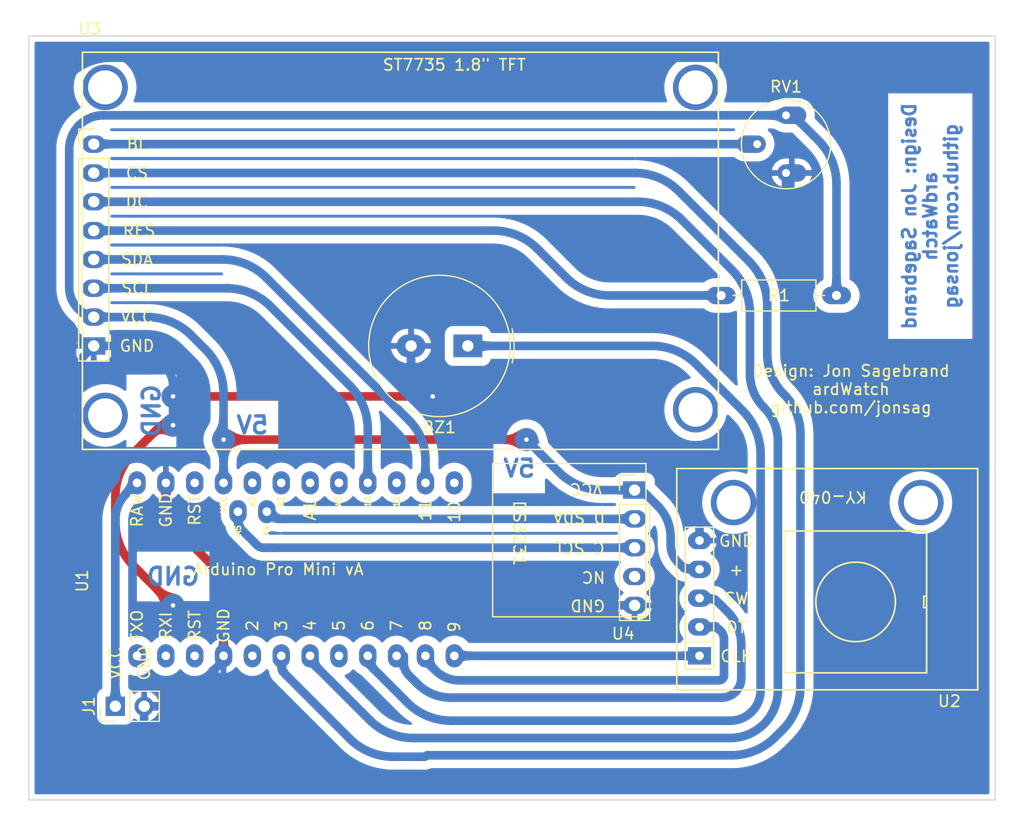
<source format=kicad_pcb>
(kicad_pcb (version 20211014) (generator pcbnew)
  (layers (0 "F.Cu" signal) (31 "B.Cu" signal) (34 "B.Paste" user) (35 "F.Paste" user) (36 "B.SilkS" user "B.Silkscreen") (37 "F.SilkS" user "F.Silkscreen") (38 "B.Mask" user) (39 "F.Mask" user) (44 "Edge.Cuts" user))
  (net 0 "")
  (net 1 "GND")
  (net 4 "VCC")
  (net 6 "+5V")
  (net 7 "BUZ")
  (net 13 "Net-(R1-Pad2)")
  (net 14 "Net-(U3-Pad8)")
  (net 15 "CS")
  (net 16 "DC")
  (net 17 "SW")
  (net 18 "DT")
  (net 19 "CLK")
  (net 21 "SCL SCR")
  (net 22 "SDA SCR")
  (net 24 "SDA RTC")
  (net 27 "SCL RTC")
  (footprint "My_Parts:KY-040_rotary_encoder module_w_header_large" (layer "F.Cu") (at 133.35 103.505 180)
    (fp_text reference "U2")
    (fp_text value "KY-040_Rotary_Encoder" hide)
  )
  (footprint "My_Parts:DS3231_RTC_module_large" (layer "F.Cu") (at 127.635 99.06 180)
    (fp_text reference "U4")
    (fp_text value "DS3231_RTC_module" hide)
  )
  (footprint "My_Misc:Buzzer_TDK_PS1240P02BT_D12.2mm_H6.5mm_large" (layer "F.Cu") (at 112.95 76.2 180)
    (fp_text reference "BZ1")
    (fp_text value "Buzzer")
  )
  (footprint "My_Headers:2-pin_power_input_header" (layer "F.Cu") (at 81.91 107.95 90)
    (fp_text reference "J1")
    (fp_text value "2-pin_power_input_header" hide)
  )
  (footprint "My_Arduino:Arduino_Pro_Mini_vA_sides_n_A4,A5_large" (layer "F.Cu") (at 83.82 103.505 90)
    (fp_text reference "U1")
    (fp_text value "Arduino_Mini_Pro" hide)
  )
  (footprint "My_Misc:R_Axial_DIN0207_L6.3mm_D2.5mm_P10.16mm_Horizontal_larger_pads" (layer "F.Cu") (at 145.415 71.755 180)
    (fp_text reference "R1")
    (fp_text value "10k" hide)
  )
  (footprint "My_Parts:ST7735_1.8_TFT_display_128x160_large" (layer "F.Cu") (at 80.01 58.42)
    (fp_text reference "U3")
    (fp_text value "ST7735_1.8\"_TFT_128x160" hide)
  )
  (footprint "My_Misc:Potentiometer_Bourns_3339P_Vertical_large" (layer "F.Cu") (at 140.97 60.96)
    (fp_text reference "RV1")
    (fp_text value "Backlight")
  )
  (gr_line (start 74.295 116.205) (end 159.385 116.205) (layer "Edge.Cuts") (width 0.1))
  (gr_line (start 159.385 116.205) (end 159.385 48.895) (layer "Edge.Cuts") (width 0.1))
  (gr_line (start 159.385 48.895) (end 74.295 48.895) (layer "Edge.Cuts") (width 0.1))
  (gr_line (start 74.295 48.895) (end 74.295 116.205) (layer "Edge.Cuts") (width 0.1))
  (gr_text "GND" (at 85.09 81.915 90) (layer "B.Cu") (effects (font (size 1.5 1.5) (thickness 0.3)) (justify mirror)))
  (gr_text "GND" (at 86.995 96.52) (layer "B.Cu") (effects (font (size 1.5 1.5) (thickness 0.3)) (justify mirror)))
  (gr_text "5V" (at 93.98 83.185) (layer "B.Cu") (effects (font (size 1.5 1.5) (thickness 0.3)) (justify mirror)))
  (gr_text "5V" (at 117.475 86.995) (layer "B.Cu") (effects (font (size 1.5 1.5) (thickness 0.3)) (justify mirror)))
  (gr_text "Design: Jon Sagebrand\nardWatch\ngithub.com/jonsag" (at 153.67 64.77 90) (layer "B.Cu") (effects (font (size 1.143 1.143) (thickness 0.254)) (justify mirror)))
  (gr_text "Design: Jon Sagebrand\nardWatch\ngithub.com/jonsag" (at 146.685 80.01) (layer "F.SilkS") (effects (font (size 1 1))))
  (segment (start 85.584058 83.553543) (end 83.508792 85.628809) (width 0.762) (layer "F.Cu") (net 1))
  (segment (start 91.44 98.773963) (end 91.44 103.505) (width 0.762) (layer "F.Cu") (net 1))
  (segment (start 86.995 99.06) (end 83.508792 95.573792) (width 0.762) (layer "F.Cu") (net 1))
  (segment (start 109.855 80.645) (end 86.995 80.645) (width 0.762) (layer "F.Cu") (net 1))
  (segment (start 81.915 89.476565) (end 81.915 91.726036) (width 0.762) (layer "F.Cu") (net 1))
  (segment (start 86.995 83.185) (end 86.473801 83.185) (width 0.762) (layer "F.Cu") (net 1))
  (segment (start 89.846207 94.926207) (end 87.482532 92.562532) (width 0.762) (layer "F.Cu") (net 1))
  (segment (start 86.36 89.8525) (end 86.36 88.265) (width 0.762) (layer "F.Cu") (net 1))
  (via (at 86.995 99.06) (size 2.032) (drill 0.4) (layers "F.Cu" "B.Cu") (net 1))
  (via (at 109.855 80.645) (size 2.032) (drill 0.4) (layers "F.Cu" "B.Cu") (net 1))
  (via (at 86.995 83.185) (size 2.032) (drill 0.4) (layers "F.Cu" "B.Cu") (net 1))
  (via (at 86.995 80.645) (size 2.032) (drill 0.4) (layers "F.Cu" "B.Cu") (net 1))
  (arc (start 85.584058 83.553543) (mid 85.992275 83.280781) (end 86.473801 83.185) (width 0.762) (layer "F.Cu") (net 1))
  (arc (start 83.508792 95.573792) (mid 82.329213 93.808426) (end 81.915 91.726036) (width 0.762) (layer "F.Cu") (net 1))
  (arc (start 89.846207 94.926207) (mid 91.025786 96.691572) (end 91.44 98.773963) (width 0.762) (layer "F.Cu") (net 1))
  (arc (start 86.36 89.8525) (mid 86.651736 91.319158) (end 87.482532 92.562532) (width 0.762) (layer "F.Cu") (net 1))
  (arc (start 81.915 89.476565) (mid 82.329213 87.394174) (end 83.508792 85.628809) (width 0.762) (layer "F.Cu") (net 1))
  (segment (start 85.172511 107.95) (end 85.926199 107.95) (width 0.762) (layer "B.Cu") (net 1))
  (segment (start 79.6925 76.2) (end 80.3275 76.2) (width 0.762) (layer "B.Cu") (net 1))
  (segment (start 109.855 80.645) (end 110.49 81.28) (width 0.762) (layer "B.Cu") (net 1))
  (segment (start 84.45 109.007888) (end 84.45 108.672511) (width 0.762) (layer "B.Cu") (net 1))
  (segment (start 86.995 79.6925) (end 86.995 80.645) (width 0.762) (layer "B.Cu") (net 1))
  (segment (start 91.44 103.391199) (end 91.44 102.87) (width 0.762) (layer "B.Cu") (net 1))
  (segment (start 139.986036 50.8) (end 81.529581 50.8) (width 0.762) (layer "B.Cu") (net 1))
  (segment (start 122.459058 81.915) (end 112.023025 81.915) (width 0.762) (layer "B.Cu") (net 1))
  (segment (start 147.955 72.126974) (end 147.955 58.768963) (width 0.762) (layer "B.Cu") (net 1))
  (segment (start 109.855 80.645) (end 108.848025 79.638025) (width 0.762) (layer "B.Cu") (net 1))
  (segment (start 76.327961 56.00162) (end 76.327961 70.998379) (width 0.762) (layer "B.Cu") (net 1))
  (segment (start 133.35 91.948489) (end 133.35 93.345) (width 0.762) (layer "B.Cu") (net 1))
  (segment (start 107.95 77.47) (end 107.95 76.2) (width 0.762) (layer "B.Cu") (net 1))
  (segment (start 145.786974 74.295) (end 145.415 74.295) (width 0.762) (layer "B.Cu") (net 1))
  (segment (start 78.628989 107.435587) (end 78.628989 78.557533) (width 0.762) (layer "B.Cu") (net 1))
  (segment (start 142.5575 72.7075) (end 143.246974 73.396974) (width 0.762) (layer "B.Cu") (net 1))
  (segment (start 86.995 83.185) (end 86.995 80.645) (width 0.762) (layer "B.Cu") (net 1))
  (segment (start 140.97 68.874935) (end 140.97 60.96) (width 0.762) (layer "B.Cu") (net 1))
  (segment (start 86.995 83.185) (end 86.995 83.82) (width 0.762) (layer "B.Cu") (net 1))
  (segment (start 143.833792 52.393792) (end 146.361207 54.921207) (width 0.762) (layer "B.Cu") (net 1))
  (segment (start 126.306814 83.508792) (end 132.362517 89.564495) (width 0.762) (layer "B.Cu") (net 1))
  (segment (start 81.135912 109.942511) (end 83.515377 109.942511) (width 0.762) (layer "B.Cu") (net 1))
  (segment (start 82.658948 76.2) (end 80.3275 76.2) (width 0.762) (layer "B.Cu") (net 1))
  (segment (start 85.725 77.47) (end 86.32148 78.06648) (width 0.762) (layer "B.Cu") (net 1))
  (segment (start 79.319494 76.890505) (end 79.785493 76.424506) (width 0.762) (layer "B.Cu") (net 1))
  (segment (start 86.995 99.06) (end 127.635 99.06) (width 0.762) (layer "B.Cu") (net 1))
  (segment (start 77.85148 74.67648) (end 79.150493 75.975493) (width 0.762) (layer "B.Cu") (net 1))
  (segment (start 91.071456 104.280941) (end 88.446228 106.906169) (width 0.762) (layer "B.Cu") (net 1))
  (arc (start 140.97 68.874935) (mid 141.382577 70.949104) (end 142.5575 72.7075) (width 0.762) (layer "B.Cu") (net 1))
  (arc (start 147.955 72.126974) (mid 147.789968 72.956641) (end 147.32 73.66) (width 0.762) (layer "B.Cu") (net 1))
  (arc (start 82.658948 76.2) (mid 84.318283 76.530062) (end 85.725 77.47) (width 0.762) (layer "B.Cu") (net 1))
  (arc (start 139.986036 50.8) (mid 142.068426 51.214213) (end 143.833792 52.393792) (width 0.762) (layer "B.Cu") (net 1))
  (arc (start 86.995 79.6925) (mid 86.819957 78.812504) (end 86.32148 78.06648) (width 0.762) (layer "B.Cu") (net 1))
  (arc (start 78.628989 107.435587) (mid 78.819817 108.394945) (end 79.36325 109.20825) (width 0.762) (layer "B.Cu") (net 1))
  (arc (start 145.415 74.295) (mid 144.241672 74.06161) (end 143.246974 73.396974) (width 0.762) (layer "B.Cu") (net 1))
  (arc (start 132.362517 89.564495) (mid 133.093361 90.65828) (end 133.35 91.948489) (width 0.762) (layer "B.Cu") (net 1))
  (arc (start 145.786974 74.295) (mid 146.616641 74.129968) (end 147.32 73.66) (width 0.762) (layer "B.Cu") (net 1))
  (arc (start 79.6925 76.2) (mid 79.399168 76.141652) (end 79.150493 75.975493) (width 0.762) (layer "B.Cu") (net 1))
  (arc (start 81.135912 109.942511) (mid 80.176554 109.751682) (end 79.36325 109.20825) (width 0.762) (layer "B.Cu") (net 1))
  (arc (start 80.3275 76.2) (mid 80.034168 76.258347) (end 79.785493 76.424506) (width 0.762) (layer "B.Cu") (net 1))
  (arc (start 79.319494 76.890505) (mid 78.808445 77.655344) (end 78.628989 78.557533) (width 0.762) (layer "B.Cu") (net 1))
  (arc (start 88.446228 106.906169) (mid 87.290028 107.678717) (end 85.926199 107.95) (width 0.762) (layer "B.Cu") (net 1))
  (arc (start 84.45 109.007888) (mid 84.378855 109.365552) (end 84.176255 109.668766) (width 0.762) (layer "B.Cu") (net 1))
  (arc (start 147.955 58.768963) (mid 147.540786 56.686572) (end 146.361207 54.921207) (width 0.762) (layer "B.Cu") (net 1))
  (arc (start 84.176255 109.668766) (mid 83.873041 109.871366) (end 83.515377 109.942511) (width 0.762) (layer "B.Cu") (net 1))
  (arc (start 91.071456 104.280941) (mid 91.344218 103.872723) (end 91.44 103.391199) (width 0.762) (layer "B.Cu") (net 1))
  (arc (start 85.172511 107.95) (mid 84.661618 108.161618) (end 84.45 108.672511) (width 0.762) (layer "B.Cu") (net 1))
  (arc (start 122.459058 81.915) (mid 124.541448 82.329213) (end 126.306814 83.508792) (width 0.762) (layer "B.Cu") (net 1))
  (arc (start 77.85148 74.67648) (mid 76.72391 72.988953) (end 76.327961 70.998379) (width 0.762) (layer "B.Cu") (net 1))
  (arc (start 108.848025 79.638025) (mid 108.183389 78.643326) (end 107.95 77.47) (width 0.762) (layer "B.Cu") (net 1))
  (arc (start 110.49 81.28) (mid 111.193357 81.749968) (end 112.023025 81.915) (width 0.762) (layer "B.Cu") (net 1))
  (arc (start 79.6925 76.2) (mid 79.814001 76.281184) (end 79.785493 76.424506) (width 0.762) (layer "B.Cu") (net 1))
  (arc (start 77.85148 52.323519) (mid 76.72391 54.011046) (end 76.327961 56.00162) (width 0.762) (layer "B.Cu") (net 1))
  (arc (start 77.85148 52.323519) (mid 79.539007 51.195949) (end 81.529581 50.8) (width 0.762) (layer "B.Cu") (net 1))
  (segment (start 81.91 91.525573) (end 81.91 107.95) (width 0.762) (layer "B.Cu") (net 4))
  (segment (start 82.865 89.22) (end 83.82 88.265) (width 0.762) (layer "B.Cu") (net 4))
  (arc (start 81.91 91.525573) (mid 82.158196 90.277806) (end 82.865 89.22) (width 0.762) (layer "B.Cu") (net 4))
  (segment (start 118.11 84.455) (end 91.44 84.455) (width 0.762) (layer "F.Cu") (net 6))
  (via (at 118.11 84.455) (size 2.032) (drill 0.4) (layers "F.Cu" "B.Cu") (net 6))
  (via (at 91.44 84.455) (size 2.032) (drill 0.4) (layers "F.Cu" "B.Cu") (net 6))
  (segment (start 91.44 84.455) (end 91.44 88.265) (width 0.762) (layer "B.Cu") (net 6))
  (segment (start 132.715 95.885) (end 133.35 95.885) (width 0.762) (layer "B.Cu") (net 6))
  (segment (start 143.821207 58.096207) (end 141.605 55.88) (width 0.762) (layer "B.Cu") (net 6))
  (segment (start 91.44 80.358963) (end 91.44 84.455) (width 0.762) (layer "B.Cu") (net 6))
  (segment (start 84.741036 73.66) (end 80.01 73.66) (width 0.762) (layer "B.Cu") (net 6))
  (segment (start 129.687467 90.317467) (end 128.27 88.9) (width 0.762) (layer "B.Cu") (net 6))
  (segment (start 145.415 61.943963) (end 145.415 71.755) (width 0.762) (layer "B.Cu") (net 6))
  (segment (start 80.3275 73.66) (end 81.28 73.66) (width 0.762) (layer "B.Cu") (net 6))
  (segment (start 131.445 95.25) (end 131.630987 95.435987) (width 0.762) (layer "B.Cu") (net 6))
  (segment (start 77.85148 58.869352) (end 77.85148 71.059188) (width 0.762) (layer "B.Cu") (net 6))
  (segment (start 130.81 93.0275) (end 130.81 93.716974) (width 0.762) (layer "B.Cu") (net 6))
  (segment (start 124.808963 88.9) (end 127.635 88.9) (width 0.762) (layer "B.Cu") (net 6))
  (segment (start 89.846207 76.511207) (end 88.588792 75.253792) (width 0.762) (layer "B.Cu") (net 6))
  (segment (start 78.61324 72.89824) (end 78.70148 72.98648) (width 0.762) (layer "B.Cu") (net 6))
  (segment (start 120.961207 87.306207) (end 118.11 84.455) (width 0.762) (layer "B.Cu") (net 6))
  (segment (start 80.840832 55.88) (end 140.97 55.88) (width 0.762) (layer "B.Cu") (net 6))
  (arc (start 80.840832 55.88) (mid 79.696856 56.10755) (end 78.727041 56.755561) (width 0.762) (layer "B.Cu") (net 6))
  (arc (start 89.846207 76.511207) (mid 91.025786 78.276572) (end 91.44 80.358963) (width 0.762) (layer "B.Cu") (net 6))
  (arc (start 77.85148 58.869352) (mid 78.07903 57.725376) (end 78.727041 56.755561) (width 0.762) (layer "B.Cu") (net 6))
  (arc (start 145.415 61.943963) (mid 145.000786 59.861572) (end 143.821207 58.096207) (width 0.762) (layer "B.Cu") (net 6))
  (arc (start 131.445 95.25) (mid 130.975031 94.546641) (end 130.81 93.716974) (width 0.762) (layer "B.Cu") (net 6))
  (arc (start 78.61324 72.89824) (mid 78.049454 72.054475) (end 77.85148 71.059188) (width 0.762) (layer "B.Cu") (net 6))
  (arc (start 130.81 93.0275) (mid 130.518263 91.56084) (end 129.687467 90.317467) (width 0.762) (layer "B.Cu") (net 6))
  (arc (start 80.3275 73.66) (mid 79.447504 73.484957) (end 78.70148 72.98648) (width 0.762) (layer "B.Cu") (net 6))
  (arc (start 131.630987 95.435987) (mid 132.128336 95.768305) (end 132.715 95.885) (width 0.762) (layer "B.Cu") (net 6))
  (arc (start 84.741036 73.66) (mid 86.823426 74.074213) (end 88.588792 75.253792) (width 0.762) (layer "B.Cu") (net 6))
  (arc (start 120.961207 87.306207) (mid 122.726572 88.485786) (end 124.808963 88.9) (width 0.762) (layer "B.Cu") (net 6))
  (segment (start 111.473963 109.22) (end 136.049127 109.22) (width 0.762) (layer "B.Cu") (net 7))
  (segment (start 137.137218 81.892218) (end 133.038792 77.793792) (width 0.762) (layer "B.Cu") (net 7))
  (segment (start 138.731011 85.739974) (end 138.731011 106.538116) (width 0.762) (layer "B.Cu") (net 7))
  (segment (start 129.191036 76.2) (end 112.95 76.2) (width 0.762) (layer "B.Cu") (net 7))
  (segment (start 107.626207 107.626207) (end 104.364506 104.364506) (width 0.762) (layer "B.Cu") (net 7))
  (segment (start 104.14 103.8225) (end 104.14 103.505) (width 0.762) (layer "B.Cu") (net 7))
  (arc (start 133.038792 77.793792) (mid 131.273426 76.614213) (end 129.191036 76.2) (width 0.762) (layer "B.Cu") (net 7))
  (arc (start 137.945505 108.434494) (mid 137.075439 109.015853) (end 136.049127 109.22) (width 0.762) (layer "B.Cu") (net 7))
  (arc (start 104.14 103.8225) (mid 104.198347 104.115831) (end 104.364506 104.364506) (width 0.762) (layer "B.Cu") (net 7))
  (arc (start 137.137218 81.892218) (mid 138.316797 83.657583) (end 138.731011 85.739974) (width 0.762) (layer "B.Cu") (net 7))
  (arc (start 137.945505 108.434494) (mid 138.526864 107.564428) (end 138.731011 106.538116) (width 0.762) (layer "B.Cu") (net 7))
  (arc (start 111.473963 109.22) (mid 109.391572 108.805786) (end 107.626207 107.626207) (width 0.762) (layer "B.Cu") (net 7))
  (segment (start 125.443963 71.755) (end 135.255 71.755) (width 0.762) (layer "B.Cu") (net 13))
  (segment (start 119.068792 67.633792) (end 121.596207 70.161207) (width 0.762) (layer "B.Cu") (net 13))
  (segment (start 115.221036 66.04) (end 80.01 66.04) (width 0.762) (layer "B.Cu") (net 13))
  (arc (start 125.443963 71.755) (mid 123.361572 71.340786) (end 121.596207 70.161207) (width 0.762) (layer "B.Cu") (net 13))
  (arc (start 119.068792 67.633792) (mid 117.303426 66.454213) (end 115.221036 66.04) (width 0.762) (layer "B.Cu") (net 13))
  (segment (start 138.43 58.42) (end 80.01 58.42) (width 0.762) (layer "B.Cu") (net 14))
  (segment (start 96.969012 105.224012) (end 102.546207 110.801207) (width 0.762) (layer "B.Cu") (net 15))
  (segment (start 140.015917 110.673245) (end 140.646207 110.042956) (width 0.762) (layer "B.Cu") (net 15))
  (segment (start 106.393963 112.395) (end 109.129517 112.395) (width 0.762) (layer "B.Cu") (net 15))
  (segment (start 96.52 104.14) (end 96.52 103.505) (width 0.762) (layer "B.Cu") (net 15))
  (segment (start 139.31852 72.611003) (end 139.31852 76.927721) (width 0.762) (layer "B.Cu") (net 15))
  (segment (start 136.168161 112.267039) (end 109.438443 112.267039) (width 0.762) (layer "B.Cu") (net 15))
  (segment (start 142.24 106.1952) (end 142.24 83.914998) (width 0.762) (layer "B.Cu") (net 15))
  (segment (start 131.515272 62.553792) (end 137.724727 68.763247) (width 0.762) (layer "B.Cu") (net 15))
  (segment (start 127.667516 60.96) (end 80.01 60.96) (width 0.762) (layer "B.Cu") (net 15))
  (arc (start 127.667516 60.96) (mid 129.749906 61.374213) (end 131.515272 62.553792) (width 0.762) (layer "B.Cu") (net 15))
  (arc (start 139.31852 72.611003) (mid 138.904306 70.528612) (end 137.724727 68.763247) (width 0.762) (layer "B.Cu") (net 15))
  (arc (start 142.24 106.1952) (mid 141.825786 108.27759) (end 140.646207 110.042956) (width 0.762) (layer "B.Cu") (net 15))
  (arc (start 109.438443 112.267039) (mid 109.354848 112.283666) (end 109.28398 112.331019) (width 0.762) (layer "B.Cu") (net 15))
  (arc (start 140.77926 80.45426) (mid 141.860366 82.055148) (end 142.24 83.914998) (width 0.762) (layer "B.Cu") (net 15))
  (arc (start 106.393963 112.395) (mid 104.311572 111.980786) (end 102.546207 110.801207) (width 0.762) (layer "B.Cu") (net 15))
  (arc (start 109.129517 112.395) (mid 109.213112 112.378371) (end 109.28398 112.331019) (width 0.762) (layer "B.Cu") (net 15))
  (arc (start 140.015917 110.673245) (mid 138.250551 111.852825) (end 136.168161 112.267039) (width 0.762) (layer "B.Cu") (net 15))
  (arc (start 96.52 104.14) (mid 96.636694 104.726663) (end 96.969012 105.224012) (width 0.762) (layer "B.Cu") (net 15))
  (arc (start 140.77926 80.45426) (mid 139.698153 78.83627) (end 139.31852 76.927721) (width 0.762) (layer "B.Cu") (net 15))
  (segment (start 137.795 73.347565) (end 137.795 78.656266) (width 0.762) (layer "B.Cu") (net 16))
  (segment (start 140.25453 106.538117) (end 140.25453 84.5941) (width 0.762) (layer "B.Cu") (net 16))
  (segment (start 99.204036 104.056434) (end 104.297328 109.149726) (width 0.762) (layer "B.Cu") (net 16))
  (segment (start 127.947434 63.5) (end 80.01 63.5) (width 0.762) (layer "B.Cu") (net 16))
  (segment (start 99.06 103.708699) (end 99.06 103.505) (width 0.762) (layer "B.Cu") (net 16))
  (segment (start 108.145084 110.743519) (end 136.049128 110.743519) (width 0.762) (layer "B.Cu") (net 16))
  (segment (start 136.201207 69.499809) (end 131.79519 65.093792) (width 0.762) (layer "B.Cu") (net 16))
  (arc (start 139.022796 109.511785) (mid 137.658465 110.423401) (end 136.049128 110.743519) (width 0.762) (layer "B.Cu") (net 16))
  (arc (start 99.204036 104.056434) (mid 99.097433 103.896892) (end 99.06 103.708699) (width 0.762) (layer "B.Cu") (net 16))
  (arc (start 139.022796 109.511785) (mid 139.934412 108.147454) (end 140.25453 106.538117) (width 0.762) (layer "B.Cu") (net 16))
  (arc (start 108.145084 110.743519) (mid 106.062693 110.329305) (end 104.297328 109.149726) (width 0.762) (layer "B.Cu") (net 16))
  (arc (start 137.795 78.656266) (mid 138.114605 80.263032) (end 139.024765 81.625183) (width 0.762) (layer "B.Cu") (net 16))
  (arc (start 137.795 73.347565) (mid 137.380786 71.265174) (end 136.201207 69.499809) (width 0.762) (layer "B.Cu") (net 16))
  (arc (start 127.947434 63.5) (mid 130.029824 63.914213) (end 131.79519 65.093792) (width 0.762) (layer "B.Cu") (net 16))
  (arc (start 139.024765 81.625183) (mid 139.934924 82.987333) (end 140.25453 84.5941) (width 0.762) (layer "B.Cu") (net 16))
  (segment (start 133.985 98.425) (end 133.35 98.425) (width 0.762) (layer "B.Cu") (net 17))
  (segment (start 135.300904 107.18704) (end 111.432609 107.18704) (width 0.762) (layer "B.Cu") (net 17))
  (segment (start 107.315 104.14) (end 107.315 103.505) (width 0.762) (layer "B.Cu") (net 17))
  (segment (start 137.03203 102.542592) (end 137.03203 105.455914) (width 0.762) (layer "B.Cu") (net 17))
  (segment (start 135.069012 98.874012) (end 135.826015 99.631015) (width 0.762) (layer "B.Cu") (net 17))
  (segment (start 107.764012 105.224012) (end 108.52102 105.98102) (width 0.762) (layer "B.Cu") (net 17))
  (arc (start 135.300904 107.18704) (mid 135.963377 107.055265) (end 136.524995 106.680005) (width 0.762) (layer "B.Cu") (net 17))
  (arc (start 108.52102 105.98102) (mid 109.856868 106.873605) (end 111.432609 107.18704) (width 0.762) (layer "B.Cu") (net 17))
  (arc (start 135.069012 98.874012) (mid 134.571663 98.541694) (end 133.985 98.425) (width 0.762) (layer "B.Cu") (net 17))
  (arc (start 135.826015 99.631015) (mid 136.718596 100.966858) (end 137.03203 102.542592) (width 0.762) (layer "B.Cu") (net 17))
  (arc (start 107.764012 105.224012) (mid 107.431694 104.726663) (end 107.315 104.14) (width 0.762) (layer "B.Cu") (net 17))
  (arc (start 136.524995 106.680005) (mid 136.900255 106.118387) (end 137.03203 105.455914) (width 0.762) (layer "B.Cu") (net 17))
  (segment (start 134.423663 100.965) (end 133.35 100.965) (width 0.762) (layer "B.Cu") (net 18))
  (segment (start 112.209352 105.66352) (end 135.07489 105.66352) (width 0.762) (layer "B.Cu") (net 18))
  (segment (start 109.22 103.708699) (end 109.22 103.505) (width 0.762) (layer "B.Cu") (net 18))
  (segment (start 135.508511 105.229899) (end 135.508511 102.049847) (width 0.762) (layer "B.Cu") (net 18))
  (segment (start 109.364036 104.056434) (end 110.095561 104.787959) (width 0.762) (layer "B.Cu") (net 18))
  (arc (start 135.508511 105.229899) (mid 135.475503 105.395838) (end 135.381506 105.536515) (width 0.762) (layer "B.Cu") (net 18))
  (arc (start 135.190766 101.282744) (mid 135.425931 101.634694) (end 135.508511 102.049847) (width 0.762) (layer "B.Cu") (net 18))
  (arc (start 135.381506 105.536515) (mid 135.240829 105.630512) (end 135.07489 105.66352) (width 0.762) (layer "B.Cu") (net 18))
  (arc (start 112.209352 105.66352) (mid 111.065376 105.435969) (end 110.095561 104.787959) (width 0.762) (layer "B.Cu") (net 18))
  (arc (start 109.22 103.708699) (mid 109.257433 103.896892) (end 109.364036 104.056434) (width 0.762) (layer "B.Cu") (net 18))
  (arc (start 135.190766 101.282744) (mid 134.838816 101.047578) (end 134.423663 100.965) (width 0.762) (layer "B.Cu") (net 18))
  (segment (start 133.35 103.505) (end 111.76 103.505) (width 0.762) (layer "B.Cu") (net 19))
  (segment (start 104.14 83.533963) (end 104.14 88.265) (width 0.762) (layer "B.Cu") (net 21))
  (segment (start 95.573792 72.713792) (end 102.546207 79.686207) (width 0.762) (layer "B.Cu") (net 21))
  (segment (start 91.726036 71.12) (end 80.01 71.12) (width 0.762) (layer "B.Cu") (net 21))
  (arc (start 91.726036 71.12) (mid 93.808426 71.534213) (end 95.573792 72.713792) (width 0.762) (layer "B.Cu") (net 21))
  (arc (start 104.14 83.533963) (mid 103.725786 81.451572) (end 102.546207 79.686207) (width 0.762) (layer "B.Cu") (net 21))
  (segment (start 107.784721 82.770139) (end 95.188374 70.173792) (width 0.762) (layer "B.Cu") (net 22))
  (segment (start 109.22 86.235209) (end 109.22 88.265) (width 0.762) (layer "B.Cu") (net 22))
  (segment (start 91.340618 68.58) (end 80.01 68.58) (width 0.762) (layer "B.Cu") (net 22))
  (arc (start 91.340618 68.58) (mid 93.423008 68.994213) (end 95.188374 70.173792) (width 0.762) (layer "B.Cu") (net 22))
  (arc (start 109.22 86.235209) (mid 108.846983 84.359926) (end 107.784721 82.770139) (width 0.762) (layer "B.Cu") (net 22))
  (segment (start 95.5675 91.1225) (end 95.25 90.805) (width 0.762) (layer "B.Cu") (net 24))
  (segment (start 96.334012 91.44) (end 127.635 91.44) (width 0.762) (layer "B.Cu") (net 24))
  (arc (start 96.334012 91.44) (mid 95.919178 91.357484) (end 95.5675 91.1225) (width 0.762) (layer "B.Cu") (net 24))
  (segment (start 94.390493 93.755493) (end 93.159012 92.524012) (width 0.762) (layer "B.Cu") (net 27))
  (segment (start 128.11125 93.98) (end 127.79375 93.98) (width 0.762) (layer "B.Cu") (net 27))
  (segment (start 127 93.98) (end 95.885 93.98) (width 0.762) (layer "B.Cu") (net 27))
  (segment (start 127.635 93.98) (end 127.79375 93.98) (width 0.762) (layer "B.Cu") (net 27))
  (segment (start 92.71 91.44) (end 92.71 90.805) (width 0.762) (layer "B.Cu") (net 27))
  (segment (start 94.9325 93.98) (end 95.25 93.98) (width 0.762) (layer "B.Cu") (net 27))
  (segment (start 127.635 93.98) (end 127 93.98) (width 0.762) (layer "B.Cu") (net 27))
  (segment (start 128.11125 93.98) (end 128.27 93.98) (width 0.762) (layer "B.Cu") (net 27))
  (segment (start 95.885 93.98) (end 95.25 93.98) (width 0.762) (layer "B.Cu") (net 27))
  (arc (start 92.71 91.44) (mid 92.826694 92.026663) (end 93.159012 92.524012) (width 0.762) (layer "B.Cu") (net 27))
  (arc (start 94.390493 93.755493) (mid 94.639168 93.921652) (end 94.9325 93.98) (width 0.762) (layer "B.Cu") (net 27))
  (zone (net 6) (net_name "+5V") (layer "F.Cu") (priority 16962) (connect_pads yes (clearance 0)) (min_thickness 0.0254) (fill yes (thermal_gap 0.508) (thermal_bridge_width 0.508))
    (polygon (pts (xy 93.466 84.074) (xy 93.235746 84.067322) (xy 93.041224 84.047886) (xy 92.875029 84.016589) (xy 92.729756 83.974324) (xy 92.598002 83.921989) (xy 92.472363 83.860479) (xy 92.345433 83.790689) (xy 92.20981 83.713515) (xy 92.058088 83.629854) (xy 91.882864 83.5406) (xy 90.932 84.455) (xy 91.882864 85.3694) (xy 92.058088 85.280145) (xy 92.20981 85.196484) (xy 92.345433 85.11931) (xy 92.472363 85.04952) (xy 92.598002 84.98801) (xy 92.729756 84.935675) (xy 92.875029 84.89341) (xy 93.041224 84.862113) (xy 93.235746 84.842677) (xy 93.466 84.836)))
  )
  (zone (net 1) (net_name "GND") (layer "F.Cu") (priority 16962) (connect_pads yes (clearance 0)) (min_thickness 0.0254) (fill yes (thermal_gap 0.508) (thermal_bridge_width 0.508))
    (polygon (pts (xy 85.292995 97.896811) (xy 85.451086 98.064346) (xy 85.574891 98.215636) (xy 85.670278 98.355285) (xy 85.743116 98.487893) (xy 85.799273 98.618064) (xy 85.844619 98.750399) (xy 85.885023 98.8895) (xy 85.926354 99.03997) (xy 85.974479 99.206411) (xy 86.03527 99.393426) (xy 87.35421 99.41921) (xy 87.328426 98.10027) (xy 87.141411 98.039479) (xy 86.97497 97.991354) (xy 86.8245 97.950023) (xy 86.685399 97.909619) (xy 86.553064 97.864273) (xy 86.422893 97.808116) (xy 86.290285 97.735278) (xy 86.150636 97.639891) (xy 85.999346 97.516086) (xy 85.831811 97.357995)))
  )
  (zone (net 1) (net_name "GND") (layer "F.Cu") (priority 16962) (connect_pads yes (clearance 0)) (min_thickness 0.0254) (fill yes (thermal_gap 0.508) (thermal_bridge_width 0.508))
    (polygon (pts (xy 107.829 81.026) (xy 108.059253 81.032677) (xy 108.253775 81.052113) (xy 108.41997 81.08341) (xy 108.565243 81.125675) (xy 108.696997 81.17801) (xy 108.822636 81.23952) (xy 108.949566 81.30931) (xy 109.085189 81.386484) (xy 109.236911 81.470145) (xy 109.412136 81.5594) (xy 110.363 80.645) (xy 109.412136 79.7306) (xy 109.236911 79.819854) (xy 109.085189 79.903515) (xy 108.949566 79.980689) (xy 108.822636 80.050479) (xy 108.696997 80.111989) (xy 108.565243 80.164324) (xy 108.41997 80.206589) (xy 108.253775 80.237886) (xy 108.059253 80.257322) (xy 107.829 80.264)))
  )
  (zone (net 1) (net_name "GND") (layer "F.Cu") (priority 16962) (connect_pads yes (clearance 0)) (min_thickness 0.0254) (fill yes (thermal_gap 0.508) (thermal_bridge_width 0.508))
    (polygon (pts (xy 85.519427 84.15699) (xy 85.626648 84.061403) (xy 85.729718 83.992399) (xy 85.829865 83.947495) (xy 85.928317 83.924207) (xy 86.026299 83.920054) (xy 86.12504 83.932552) (xy 86.225767 83.959219) (xy 86.329707 83.997571) (xy 86.438087 84.045125) (xy 86.552136 84.0994) (xy 87.503 83.185) (xy 86.27658 82.46658) (xy 86.131726 82.607391) (xy 86.002928 82.725216) (xy 85.885436 82.826538) (xy 85.774501 82.917839) (xy 85.665373 83.0056) (xy 85.553303 83.096303) (xy 85.433541 83.19643) (xy 85.301338 83.312463) (xy 85.151945 83.450884) (xy 84.980612 83.618175)))
  )
  (zone (net 1) (net_name "GND") (layer "F.Cu") (priority 16962) (connect_pads yes (clearance 0)) (min_thickness 0.0254) (fill yes (thermal_gap 0.508) (thermal_bridge_width 0.508))
    (polygon (pts (xy 91.059 101.983) (xy 91.056247 102.153612) (xy 91.047859 102.300123) (xy 91.033638 102.42727) (xy 91.013387 102.539787) (xy 90.986908 102.64241) (xy 90.954005 102.739874) (xy 90.914479 102.836915) (xy 90.868135 102.938268) (xy 90.814774 103.048668) (xy 90.7542 103.172852) (xy 91.44 103.886) (xy 92.1258 103.172852) (xy 92.065225 103.048668) (xy 92.011864 102.938268) (xy 91.96552 102.836915) (xy 91.925994 102.739874) (xy 91.893091 102.64241) (xy 91.866612 102.539787) (xy 91.846361 102.42727) (xy 91.83214 102.300123) (xy 91.823752 102.153612) (xy 91.821 101.983)))
  )
  (zone (net 1) (net_name "GND") (layer "F.Cu") (priority 16962) (connect_pads yes (clearance 0)) (min_thickness 0.0254) (fill yes (thermal_gap 0.508) (thermal_bridge_width 0.508))
    (polygon (pts (xy 86.741 89.787) (xy 86.743752 89.616387) (xy 86.75214 89.469876) (xy 86.766361 89.342729) (xy 86.786612 89.230212) (xy 86.813091 89.127589) (xy 86.845994 89.030125) (xy 86.88552 88.933084) (xy 86.931864 88.831731) (xy 86.985225 88.721331) (xy 87.0458 88.597148) (xy 86.36 87.884) (xy 85.6742 88.597148) (xy 85.734774 88.721331) (xy 85.788135 88.831731) (xy 85.834479 88.933084) (xy 85.874005 89.030125) (xy 85.906908 89.127589) (xy 85.933387 89.230212) (xy 85.953638 89.342729) (xy 85.967859 89.469876) (xy 85.976247 89.616387) (xy 85.979 89.787)))
  )
  (zone (net 1) (net_name "GND") (layer "F.Cu") (priority 16962) (connect_pads yes (clearance 0)) (min_thickness 0.0254) (fill yes (thermal_gap 0.508) (thermal_bridge_width 0.508))
    (polygon (pts (xy 89.021 80.264) (xy 88.790746 80.257322) (xy 88.596224 80.237886) (xy 88.430029 80.206589) (xy 88.284756 80.164324) (xy 88.153002 80.111989) (xy 88.027363 80.050479) (xy 87.900433 79.980689) (xy 87.76481 79.903515) (xy 87.613088 79.819854) (xy 87.437864 79.7306) (xy 86.487 80.645) (xy 87.437864 81.5594) (xy 87.613088 81.470145) (xy 87.76481 81.386484) (xy 87.900433 81.30931) (xy 88.027363 81.23952) (xy 88.153002 81.17801) (xy 88.284756 81.125675) (xy 88.430029 81.08341) (xy 88.596224 81.052113) (xy 88.790746 81.032677) (xy 89.021 81.026)))
  )
  (zone (net 6) (net_name "+5V") (layer "F.Cu") (priority 16962) (connect_pads yes (clearance 0)) (min_thickness 0.0254) (fill yes (thermal_gap 0.508) (thermal_bridge_width 0.508))
    (polygon (pts (xy 93.466 84.074) (xy 93.235746 84.067322) (xy 93.041224 84.047886) (xy 92.875029 84.016589) (xy 92.729756 83.974324) (xy 92.598002 83.921989) (xy 92.472363 83.860479) (xy 92.345433 83.790689) (xy 92.20981 83.713515) (xy 92.058088 83.629854) (xy 91.882864 83.5406) (xy 90.932 84.455) (xy 91.882864 85.3694) (xy 92.058088 85.280145) (xy 92.20981 85.196484) (xy 92.345433 85.11931) (xy 92.472363 85.04952) (xy 92.598002 84.98801) (xy 92.729756 84.935675) (xy 92.875029 84.89341) (xy 93.041224 84.862113) (xy 93.235746 84.842677) (xy 93.466 84.836)))
  )
  (zone (net 6) (net_name "+5V") (layer "F.Cu") (priority 16962) (connect_pads yes (clearance 0)) (min_thickness 0.0254) (fill yes (thermal_gap 0.508) (thermal_bridge_width 0.508))
    (polygon (pts (xy 116.084 84.836) (xy 116.314253 84.842677) (xy 116.508775 84.862113) (xy 116.67497 84.89341) (xy 116.820243 84.935675) (xy 116.951997 84.98801) (xy 117.077636 85.04952) (xy 117.204566 85.11931) (xy 117.340189 85.196484) (xy 117.491911 85.280145) (xy 117.667136 85.3694) (xy 118.618 84.455) (xy 117.667136 83.5406) (xy 117.491911 83.629854) (xy 117.340189 83.713515) (xy 117.204566 83.790689) (xy 117.077636 83.860479) (xy 116.951997 83.921989) (xy 116.820243 83.974324) (xy 116.67497 84.016589) (xy 116.508775 84.047886) (xy 116.314253 84.067322) (xy 116.084 84.074)))
  )
  (zone (net 1) (net_name "GND") (layer "F.Cu") (priority 16962) (connect_pads yes (clearance 0)) (min_thickness 0.0254) (fill yes (thermal_gap 0.508) (thermal_bridge_width 0.508))
    (polygon (pts (xy 85.292995 97.896811) (xy 85.451086 98.064346) (xy 85.574891 98.215636) (xy 85.670278 98.355285) (xy 85.743116 98.487893) (xy 85.799273 98.618064) (xy 85.844619 98.750399) (xy 85.885023 98.8895) (xy 85.926354 99.03997) (xy 85.974479 99.206411) (xy 86.03527 99.393426) (xy 87.35421 99.41921) (xy 87.328426 98.10027) (xy 87.141411 98.039479) (xy 86.97497 97.991354) (xy 86.8245 97.950023) (xy 86.685399 97.909619) (xy 86.553064 97.864273) (xy 86.422893 97.808116) (xy 86.290285 97.735278) (xy 86.150636 97.639891) (xy 85.999346 97.516086) (xy 85.831811 97.357995)))
  )
  (zone (net 1) (net_name "GND") (layer "F.Cu") (priority 16962) (connect_pads yes (clearance 0)) (min_thickness 0.0254) (fill yes (thermal_gap 0.508) (thermal_bridge_width 0.508))
    (polygon (pts (xy 85.466153 84.210263) (xy 85.597746 84.095684) (xy 85.722714 84.019699) (xy 85.843226 83.977043) (xy 85.961451 83.962454) (xy 86.079558 83.970667) (xy 86.199715 83.99642) (xy 86.324091 84.034449) (xy 86.454856 84.079492) (xy 86.594178 84.126284) (xy 86.744226 84.169564) (xy 87.492709 83.083268) (xy 86.27658 82.46658) (xy 86.125524 82.613592) (xy 85.991363 82.736781) (xy 85.869104 82.84287) (xy 85.753757 82.938582) (xy 85.640331 83.030641) (xy 85.523836 83.125769) (xy 85.39928 83.23069) (xy 85.261672 83.352128) (xy 85.106021 83.496806) (xy 84.927338 83.671448)))
  )
  (zone (net 1) (net_name "GND") (layer "F.Cu") (priority 16962) (connect_pads yes (clearance 0)) (min_thickness 0.0254) (fill yes (thermal_gap 0.508) (thermal_bridge_width 0.508))
    (polygon (pts (xy 89.021 80.264) (xy 88.790746 80.257322) (xy 88.596224 80.237886) (xy 88.430029 80.206589) (xy 88.284756 80.164324) (xy 88.153002 80.111989) (xy 88.027363 80.050479) (xy 87.900433 79.980689) (xy 87.76481 79.903515) (xy 87.613088 79.819854) (xy 87.437864 79.7306) (xy 86.487 80.645) (xy 87.437864 81.5594) (xy 87.613088 81.470145) (xy 87.76481 81.386484) (xy 87.900433 81.30931) (xy 88.027363 81.23952) (xy 88.153002 81.17801) (xy 88.284756 81.125675) (xy 88.430029 81.08341) (xy 88.596224 81.052113) (xy 88.790746 81.032677) (xy 89.021 81.026)))
  )
  (zone (net 1) (net_name "GND") (layer "F.Cu") (priority 16962) (connect_pads yes (clearance 0)) (min_thickness 0.0254) (fill yes (thermal_gap 0.508) (thermal_bridge_width 0.508))
    (polygon (pts (xy 107.829 81.026) (xy 108.059253 81.032677) (xy 108.253775 81.052113) (xy 108.41997 81.08341) (xy 108.565243 81.125675) (xy 108.696997 81.17801) (xy 108.822636 81.23952) (xy 108.949566 81.30931) (xy 109.085189 81.386484) (xy 109.236911 81.470145) (xy 109.412136 81.5594) (xy 110.363 80.645) (xy 109.412136 79.7306) (xy 109.236911 79.819854) (xy 109.085189 79.903515) (xy 108.949566 79.980689) (xy 108.822636 80.050479) (xy 108.696997 80.111989) (xy 108.565243 80.164324) (xy 108.41997 80.206589) (xy 108.253775 80.237886) (xy 108.059253 80.257322) (xy 107.829 80.264)))
  )
  (zone (net 6) (net_name "+5V") (layer "F.Cu") (priority 16962) (connect_pads yes (clearance 0)) (min_thickness 0.0254) (fill yes (thermal_gap 0.508) (thermal_bridge_width 0.508))
    (polygon (pts (xy 116.084 84.836) (xy 116.314253 84.842677) (xy 116.508775 84.862113) (xy 116.67497 84.89341) (xy 116.820243 84.935675) (xy 116.951997 84.98801) (xy 117.077636 85.04952) (xy 117.204566 85.11931) (xy 117.340189 85.196484) (xy 117.491911 85.280145) (xy 117.667136 85.3694) (xy 118.618 84.455) (xy 117.667136 83.5406) (xy 117.491911 83.629854) (xy 117.340189 83.713515) (xy 117.204566 83.790689) (xy 117.077636 83.860479) (xy 116.951997 83.921989) (xy 116.820243 83.974324) (xy 116.67497 84.016589) (xy 116.508775 84.047886) (xy 116.314253 84.067322) (xy 116.084 84.074)))
  )
  (zone (net 18) (net_name "DT") (layer "B.Cu") (priority 16962) (connect_pads yes (clearance 0)) (min_thickness 0.0254) (fill yes (thermal_gap 0.508) (thermal_bridge_width 0.508))
    (polygon (pts (xy 135.148778 100.701941) (xy 135.012538 100.593259) (xy 134.877656 100.533176) (xy 134.744474 100.510226) (xy 134.613339 100.512943) (xy 134.484595 100.529862) (xy 134.358587 100.549517) (xy 134.235661 100.560442) (xy 134.116159 100.551172) (xy 134.000429 100.510241) (xy 133.888815 100.426185) (xy 132.969 100.965) (xy 133.682148 101.6508) (xy 133.787181 101.586657) (xy 133.884439 101.50581) (xy 133.975816 101.41645) (xy 134.063207 101.326771) (xy 134.148507 101.244964) (xy 134.233611 101.179222) (xy 134.320413 101.137738) (xy 134.410809 101.128704) (xy 134.506694 101.160312) (xy 134.609963 101.240756)))
  )
  (zone (net 15) (net_name "CS") (layer "B.Cu") (priority 16962) (connect_pads yes (clearance 0)) (min_thickness 0.0254) (fill yes (thermal_gap 0.508) (thermal_bridge_width 0.508))
    (polygon (pts (xy 96.974669 104.690855) (xy 96.900991 104.599562) (xy 96.863826 104.512559) (xy 96.857548 104.428732) (xy 96.87653 104.346963) (xy 96.915145 104.266139) (xy 96.967767 104.185144) (xy 97.02877 104.102862) (xy 97.092527 104.018179) (xy 97.153413 103.929979) (xy 97.2058 103.837148) (xy 96.52 103.124) (xy 95.981185 104.043815) (xy 96.069082 104.152185) (xy 96.123304 104.261977) (xy 96.152943 104.373509) (xy 96.167092 104.487099) (xy 96.174843 104.603065) (xy 96.185288 104.721725) (xy 96.207519 104.843397) (xy 96.250629 104.9684) (xy 96.32371 105.097051) (xy 96.435855 105.229669)))
  )
  (zone (net 7) (net_name "BUZ") (layer "B.Cu") (priority 16962) (connect_pads yes (clearance 0)) (min_thickness 0.0254) (fill yes (thermal_gap 0.508) (thermal_bridge_width 0.508))
    (polygon (pts (xy 114.94 75.819) (xy 114.7141 75.812552) (xy 114.523131 75.793767) (xy 114.359867 75.763484) (xy 114.217083 75.722541) (xy 114.087555 75.671778) (xy 113.964058 75.612032) (xy 113.839367 75.544143) (xy 113.706259 75.468948) (xy 113.557507 75.387288) (xy 113.385889 75.3) (xy 112.45 76.2) (xy 113.385889 77.1) (xy 113.557507 77.012711) (xy 113.706259 76.931051) (xy 113.839367 76.855856) (xy 113.964058 76.787967) (xy 114.087555 76.728221) (xy 114.217083 76.677458) (xy 114.359867 76.636515) (xy 114.523131 76.606232) (xy 114.7141 76.587447) (xy 114.94 76.581)))
  )
  (zone (net 16) (net_name "DC") (layer "B.Cu") (priority 16962) (connect_pads yes (clearance 0)) (min_thickness 0.0254) (fill yes (thermal_gap 0.508) (thermal_bridge_width 0.508))
    (polygon (pts (xy 100.167822 104.481404) (xy 100.071638 104.379992) (xy 99.994036 104.286401) (xy 99.933173 104.198331) (xy 99.887205 104.113481) (xy 99.854291 104.029553) (xy 99.832588 103.944246) (xy 99.820254 103.855261) (xy 99.815446 103.760297) (xy 99.816322 103.657057) (xy 99.821039 103.543239) (xy 98.911344 103.154198) (xy 98.558153 104.078404) (xy 98.678832 104.182453) (xy 98.785951 104.272212) (xy 98.883464 104.352219) (xy 98.975321 104.427009) (xy 99.065474 104.501118) (xy 99.157876 104.579083) (xy 99.256478 104.665439) (xy 99.365232 104.764724) (xy 99.488091 104.881471) (xy 99.629006 105.02022)))
  )
  (zone (net 13) (net_name "Net-(R1-Pad2)") (layer "B.Cu") (priority 16962) (connect_pads yes (clearance 0)) (min_thickness 0.0254) (fill yes (thermal_gap 0.508) (thermal_bridge_width 0.508))
    (polygon (pts (xy 133.733 72.136) (xy 133.903612 72.138752) (xy 134.050123 72.14714) (xy 134.17727 72.161361) (xy 134.289787 72.181612) (xy 134.39241 72.208091) (xy 134.489874 72.240994) (xy 134.586915 72.28052) (xy 134.688268 72.326864) (xy 134.798668 72.380225) (xy 134.922852 72.4408) (xy 135.636 71.755) (xy 134.922852 71.0692) (xy 134.798668 71.129774) (xy 134.688268 71.183135) (xy 134.586915 71.229479) (xy 134.489874 71.269005) (xy 134.39241 71.301908) (xy 134.289787 71.328387) (xy 134.17727 71.348638) (xy 134.050123 71.362859) (xy 133.903612 71.371247) (xy 133.733 71.374)))
  )
  (zone (net 6) (net_name "+5V") (layer "B.Cu") (priority 16962) (connect_pads yes (clearance 0)) (min_thickness 0.0254) (fill yes (thermal_gap 0.508) (thermal_bridge_width 0.508))
    (polygon (pts (xy 139.448 56.261) (xy 139.618612 56.263752) (xy 139.765123 56.27214) (xy 139.89227 56.286361) (xy 140.004787 56.306612) (xy 140.10741 56.333091) (xy 140.204874 56.365994) (xy 140.301915 56.40552) (xy 140.403268 56.451864) (xy 140.513668 56.505225) (xy 140.637852 56.5658) (xy 141.351 55.88) (xy 140.637852 55.1942) (xy 140.513668 55.254774) (xy 140.403268 55.308135) (xy 140.301915 55.354479) (xy 140.204874 55.394005) (xy 140.10741 55.426908) (xy 140.004787 55.453387) (xy 139.89227 55.473638) (xy 139.765123 55.487859) (xy 139.618612 55.496247) (xy 139.448 55.499)))
  )
  (zone (net 21) (net_name "SCL SCR") (layer "B.Cu") (priority 16962) (connect_pads yes (clearance 0)) (min_thickness 0.0254) (fill yes (thermal_gap 0.508) (thermal_bridge_width 0.508))
    (polygon (pts (xy 81.532 70.739) (xy 81.361387 70.736247) (xy 81.214876 70.727859) (xy 81.087729 70.713638) (xy 80.975212 70.693387) (xy 80.872589 70.666908) (xy 80.775125 70.634005) (xy 80.678084 70.594479) (xy 80.576731 70.548135) (xy 80.466331 70.494774) (xy 80.342148 70.4342) (xy 79.629 71.12) (xy 80.342148 71.8058) (xy 80.466331 71.745225) (xy 80.576731 71.691864) (xy 80.678084 71.64552) (xy 80.775125 71.605994) (xy 80.872589 71.573091) (xy 80.975212 71.546612) (xy 81.087729 71.526361) (xy 81.214876 71.51214) (xy 81.361387 71.503752) (xy 81.532 71.501)))
  )
  (zone (net 16) (net_name "DC") (layer "B.Cu") (priority 16962) (connect_pads yes (clearance 0)) (min_thickness 0.0254) (fill yes (thermal_gap 0.508) (thermal_bridge_width 0.508))
    (polygon (pts (xy 81.532 63.119) (xy 81.361387 63.116247) (xy 81.214876 63.107859) (xy 81.087729 63.093638) (xy 80.975212 63.073387) (xy 80.872589 63.046908) (xy 80.775125 63.014005) (xy 80.678084 62.974479) (xy 80.576731 62.928135) (xy 80.466331 62.874774) (xy 80.342148 62.8142) (xy 79.629 63.5) (xy 80.342148 64.1858) (xy 80.466331 64.125225) (xy 80.576731 64.071864) (xy 80.678084 64.02552) (xy 80.775125 63.985994) (xy 80.872589 63.953091) (xy 80.975212 63.926612) (xy 81.087729 63.906361) (xy 81.214876 63.89214) (xy 81.361387 63.883752) (xy 81.532 63.881)))
  )
  (zone (net 21) (net_name "SCL SCR") (layer "B.Cu") (priority 16962) (connect_pads yes (clearance 0)) (min_thickness 0.0254) (fill yes (thermal_gap 0.508) (thermal_bridge_width 0.508))
    (polygon (pts (xy 81.532 70.739) (xy 81.361387 70.736247) (xy 81.214876 70.727859) (xy 81.087729 70.713638) (xy 80.975212 70.693387) (xy 80.872589 70.666908) (xy 80.775125 70.634005) (xy 80.678084 70.594479) (xy 80.576731 70.548135) (xy 80.466331 70.494774) (xy 80.342148 70.4342) (xy 79.629 71.12) (xy 80.342148 71.8058) (xy 80.466331 71.745225) (xy 80.576731 71.691864) (xy 80.678084 71.64552) (xy 80.775125 71.605994) (xy 80.872589 71.573091) (xy 80.975212 71.546612) (xy 81.087729 71.526361) (xy 81.214876 71.51214) (xy 81.361387 71.503752) (xy 81.532 71.501)))
  )
  (zone (net 7) (net_name "BUZ") (layer "B.Cu") (priority 16962) (connect_pads yes (clearance 0)) (min_thickness 0.0254) (fill yes (thermal_gap 0.508) (thermal_bridge_width 0.508))
    (polygon (pts (xy 105.068431 104.529615) (xy 104.989083 104.444468) (xy 104.926045 104.363919) (xy 104.878155 104.286637) (xy 104.844252 104.211289) (xy 104.823174 104.136543) (xy 104.813758 104.061067) (xy 104.814843 103.983528) (xy 104.825267 103.902595) (xy 104.843868 103.816934) (xy 104.869485 103.725215) (xy 104.08011 103.128737) (xy 103.601185 104.043815) (xy 103.709015 104.154338) (xy 103.800987 104.25362) (xy 103.881799 104.345206) (xy 103.95615 104.432637) (xy 104.028735 104.519458) (xy 104.104254 104.609213) (xy 104.187404 104.705444) (xy 104.282882 104.811695) (xy 104.395386 104.931509) (xy 104.529615 105.068431)))
  )
  (zone (net 6) (net_name "+5V") (layer "B.Cu") (priority 16962) (connect_pads yes (clearance 0)) (min_thickness 0.0254) (fill yes (thermal_gap 0.508) (thermal_bridge_width 0.508))
    (polygon (pts (xy 91.059 82.429) (xy 91.052322 82.659253) (xy 91.032886 82.853775) (xy 91.001589 83.01997) (xy 90.959324 83.165243) (xy 90.906989 83.296997) (xy 90.845479 83.422636) (xy 90.775689 83.549566) (xy 90.698515 83.685189) (xy 90.614854 83.836911) (xy 90.5256 84.012136) (xy 91.44 84.963) (xy 92.3544 84.012136) (xy 92.265145 83.836911) (xy 92.181484 83.685189) (xy 92.10431 83.549566) (xy 92.03452 83.422636) (xy 91.97301 83.296997) (xy 91.920675 83.165243) (xy 91.87841 83.01997) (xy 91.847113 82.853775) (xy 91.827677 82.659253) (xy 91.821 82.429)))
  )
  (zone (net 18) (net_name "DT") (layer "B.Cu") (priority 16962) (connect_pads yes (clearance 0)) (min_thickness 0.0254) (fill yes (thermal_gap 0.508) (thermal_bridge_width 0.508))
    (polygon (pts (xy 110.327822 104.481404) (xy 110.231638 104.379992) (xy 110.154036 104.286401) (xy 110.093173 104.198331) (xy 110.047205 104.113481) (xy 110.014291 104.029553) (xy 109.992588 103.944246) (xy 109.980254 103.855261) (xy 109.975446 103.760297) (xy 109.976322 103.657057) (xy 109.981039 103.543239) (xy 109.071344 103.154198) (xy 108.718153 104.078404) (xy 108.838832 104.182453) (xy 108.945951 104.272212) (xy 109.043464 104.352219) (xy 109.135321 104.427009) (xy 109.225474 104.501118) (xy 109.317876 104.579083) (xy 109.416478 104.665439) (xy 109.525232 104.764724) (xy 109.648091 104.881471) (xy 109.789006 105.02022)))
  )
  (zone (net 6) (net_name "+5V") (layer "B.Cu") (priority 16962) (connect_pads yes (clearance 0)) (min_thickness 0.0254) (fill yes (thermal_gap 0.508) (thermal_bridge_width 0.508))
    (polygon (pts (xy 81.532 73.279) (xy 81.361387 73.276247) (xy 81.214876 73.267859) (xy 81.087729 73.253638) (xy 80.975212 73.233387) (xy 80.872589 73.206908) (xy 80.775125 73.174005) (xy 80.678084 73.134479) (xy 80.576731 73.088135) (xy 80.466331 73.034774) (xy 80.342148 72.9742) (xy 79.629 73.66) (xy 80.342148 74.3458) (xy 80.466331 74.285225) (xy 80.576731 74.231864) (xy 80.678084 74.18552) (xy 80.775125 74.145994) (xy 80.872589 74.113091) (xy 80.975212 74.086612) (xy 81.087729 74.066361) (xy 81.214876 74.05214) (xy 81.361387 74.043752) (xy 81.532 74.041)))
  )
  (zone (net 6) (net_name "+5V") (layer "B.Cu") (priority 16962) (connect_pads yes (clearance 0)) (min_thickness 0.0254) (fill yes (thermal_gap 0.508) (thermal_bridge_width 0.508))
    (polygon (pts (xy 142.533431 56.269615) (xy 142.396509 56.135386) (xy 142.276695 56.022882) (xy 142.170444 55.927404) (xy 142.074213 55.844254) (xy 141.984458 55.768735) (xy 141.897637 55.69615) (xy 141.810206 55.621799) (xy 141.71862 55.540987) (xy 141.619338 55.449015) (xy 141.508815 55.341185) (xy 140.593737 55.82011) (xy 141.190215 56.609485) (xy 141.281934 56.583868) (xy 141.367595 56.565267) (xy 141.448528 56.554843) (xy 141.526067 56.553758) (xy 141.601543 56.563174) (xy 141.676289 56.584252) (xy 141.751637 56.618155) (xy 141.828919 56.666045) (xy 141.909468 56.729083) (xy 141.994615 56.808431)))
  )
  (zone (net 17) (net_name "SW") (layer "B.Cu") (priority 16962) (connect_pads yes (clearance 0)) (min_thickness 0.0254) (fill yes (thermal_gap 0.508) (thermal_bridge_width 0.508))
    (polygon (pts (xy 107.835407 104.689329) (xy 107.736184 104.488158) (xy 107.666094 104.309368) (xy 107.618434 104.148431) (xy 107.586501 104.000823) (xy 107.563591 103.862018) (xy 107.543001 103.727491) (xy 107.518029 103.592715) (xy 107.481971 103.453165) (xy 107.428125 103.304316) (xy 107.349787 103.141643) (xy 106.364526 103.291372) (xy 106.570494 104.25909) (xy 106.676188 104.283395) (xy 106.760464 104.321668) (xy 106.827505 104.373257) (xy 106.881495 104.437513) (xy 106.926616 104.513786) (xy 106.967052 104.601428) (xy 107.006988 104.699788) (xy 107.050605 104.808217) (xy 107.102088 104.926066) (xy 107.165621 105.052685)))
  )
  (zone (net 6) (net_name "+5V") (layer "B.Cu") (priority 16962) (connect_pads yes (clearance 0)) (min_thickness 0.0254) (fill yes (thermal_gap 0.508) (thermal_bridge_width 0.508))
    (polygon (pts (xy 119.812005 85.618189) (xy 119.653913 85.450653) (xy 119.530108 85.299363) (xy 119.434721 85.159714) (xy 119.361883 85.027106) (xy 119.305726 84.896935) (xy 119.26038 84.7646) (xy 119.219976 84.625499) (xy 119.178645 84.475029) (xy 119.13052 84.308588) (xy 119.06973 84.121574) (xy 117.75079 84.09579) (xy 117.776574 85.41473) (xy 117.963588 85.47552) (xy 118.130029 85.523645) (xy 118.280499 85.564976) (xy 118.4196 85.60538) (xy 118.551935 85.650726) (xy 118.682106 85.706883) (xy 118.814714 85.779721) (xy 118.954363 85.875108) (xy 119.105653 85.998913) (xy 119.273189 86.157005)))
  )
  (zone (net 18) (net_name "DT") (layer "B.Cu") (priority 16962) (connect_pads yes (clearance 0)) (min_thickness 0.0254) (fill yes (thermal_gap 0.508) (thermal_bridge_width 0.508))
    (polygon (pts (xy 135.370681 100.93098) (xy 135.190704 100.799534) (xy 135.021384 100.712919) (xy 134.860986 100.660712) (xy 134.707775 100.632494) (xy 134.560017 100.617843) (xy 134.415976 100.606339) (xy 134.273918 100.58756) (xy 134.132108 100.551087) (xy 133.988812 100.486498) (xy 133.842295 100.383374) (xy 132.969 100.965) (xy 133.682148 101.6508) (xy 133.808577 101.585407) (xy 133.928905 101.51846) (xy 134.044854 101.454839) (xy 134.158143 101.399424) (xy 134.270493 101.357097) (xy 134.383625 101.332738) (xy 134.49926 101.331229) (xy 134.619118 101.35745) (xy 134.74492 101.416282) (xy 134.878387 101.512606)))
  )
  (zone (net 6) (net_name "+5V") (layer "B.Cu") (priority 16962) (connect_pads yes (clearance 0)) (min_thickness 0.0254) (fill yes (thermal_gap 0.508) (thermal_bridge_width 0.508))
    (polygon (pts (xy 139.448 56.261) (xy 139.618612 56.263752) (xy 139.765123 56.27214) (xy 139.89227 56.286361) (xy 140.004787 56.306612) (xy 140.10741 56.333091) (xy 140.204874 56.365994) (xy 140.301915 56.40552) (xy 140.403268 56.451864) (xy 140.513668 56.505225) (xy 140.637852 56.5658) (xy 141.351 55.88) (xy 140.637852 55.1942) (xy 140.513668 55.254774) (xy 140.403268 55.308135) (xy 140.301915 55.354479) (xy 140.204874 55.394005) (xy 140.10741 55.426908) (xy 140.004787 55.453387) (xy 139.89227 55.473638) (xy 139.765123 55.487859) (xy 139.618612 55.496247) (xy 139.448 55.499)))
  )
  (zone (net 4) (net_name "VCC") (layer "B.Cu") (priority 16962) (connect_pads yes (clearance 0)) (min_thickness 0.0254) (fill yes (thermal_gap 0.508) (thermal_bridge_width 0.508))
    (polygon (pts (xy 81.529 106.26) (xy 81.524869 106.450244) (xy 81.512605 106.612472) (xy 81.492403 106.752333) (xy 81.464456 106.875474) (xy 81.428959 106.987543) (xy 81.386105 107.094188) (xy 81.336088 107.201057) (xy 81.279102 107.3138) (xy 81.215341 107.438062) (xy 81.145 107.579494) (xy 81.91 108.375) (xy 82.675 107.579494) (xy 82.604658 107.438062) (xy 82.540897 107.3138) (xy 82.483911 107.201057) (xy 82.433894 107.094188) (xy 82.39104 106.987543) (xy 82.355543 106.875474) (xy 82.327596 106.752333) (xy 82.307394 106.612472) (xy 82.29513 106.450244) (xy 82.291 106.26)))
  )
  (zone (net 6) (net_name "+5V") (layer "B.Cu") (priority 16962) (connect_pads yes (clearance 0)) (min_thickness 0.0254) (fill yes (thermal_gap 0.508) (thermal_bridge_width 0.508))
    (polygon (pts (xy 81.532 73.279) (xy 81.361387 73.276247) (xy 81.214876 73.267859) (xy 81.087729 73.253638) (xy 80.975212 73.233387) (xy 80.872589 73.206908) (xy 80.775125 73.174005) (xy 80.678084 73.134479) (xy 80.576731 73.088135) (xy 80.466331 73.034774) (xy 80.342148 72.9742) (xy 79.629 73.66) (xy 80.342148 74.3458) (xy 80.466331 74.285225) (xy 80.576731 74.231864) (xy 80.678084 74.18552) (xy 80.775125 74.145994) (xy 80.872589 74.113091) (xy 80.975212 74.086612) (xy 81.087729 74.066361) (xy 81.214876 74.05214) (xy 81.361387 74.043752) (xy 81.532 74.041)))
  )
  (zone (net 16) (net_name "DC") (layer "B.Cu") (priority 16962) (connect_pads yes (clearance 0)) (min_thickness 0.0254) (fill yes (thermal_gap 0.508) (thermal_bridge_width 0.508))
    (polygon (pts (xy 100.165207 104.478789) (xy 100.069475 104.377836) (xy 99.992254 104.28465) (xy 99.93171 104.196945) (xy 99.886012 104.112437) (xy 99.853327 104.028843) (xy 99.831822 103.943877) (xy 99.819666 103.855257) (xy 99.815027 103.760696) (xy 99.816072 103.657912) (xy 99.820969 103.544621) (xy 98.911981 103.153929) (xy 98.557113 104.077492) (xy 98.677435 104.181556) (xy 98.784297 104.271267) (xy 98.881631 104.351168) (xy 98.973367 104.425806) (xy 99.063436 104.499724) (xy 99.155771 104.577469) (xy 99.254303 104.663584) (xy 99.362962 104.762615) (xy 99.485681 104.879107) (xy 99.626391 105.017605)))
  )
  (zone (net 13) (net_name "Net-(R1-Pad2)") (layer "B.Cu") (priority 16962) (connect_pads yes (clearance 0)) (min_thickness 0.0254) (fill yes (thermal_gap 0.508) (thermal_bridge_width 0.508))
    (polygon (pts (xy 81.532 65.659) (xy 81.361387 65.656247) (xy 81.214876 65.647859) (xy 81.087729 65.633638) (xy 80.975212 65.613387) (xy 80.872589 65.586908) (xy 80.775125 65.554005) (xy 80.678084 65.514479) (xy 80.576731 65.468135) (xy 80.466331 65.414774) (xy 80.342148 65.3542) (xy 79.629 66.04) (xy 80.342148 66.7258) (xy 80.466331 66.665225) (xy 80.576731 66.611864) (xy 80.678084 66.56552) (xy 80.775125 66.525994) (xy 80.872589 66.493091) (xy 80.975212 66.466612) (xy 81.087729 66.446361) (xy 81.214876 66.43214) (xy 81.361387 66.423752) (xy 81.532 66.421)))
  )
  (zone (net 19) (net_name "CLK") (layer "B.Cu") (priority 16962) (connect_pads yes (clearance 0)) (min_thickness 0.0254) (fill yes (thermal_gap 0.508) (thermal_bridge_width 0.508))
    (polygon (pts (xy 113.282 103.124) (xy 113.111387 103.121247) (xy 112.964876 103.112859) (xy 112.837729 103.098638) (xy 112.725212 103.078387) (xy 112.622589 103.051908) (xy 112.525125 103.019005) (xy 112.428084 102.979479) (xy 112.326731 102.933135) (xy 112.216331 102.879774) (xy 112.092148 102.8192) (xy 111.379 103.505) (xy 112.092148 104.1908) (xy 112.216331 104.130225) (xy 112.326731 104.076864) (xy 112.428084 104.03052) (xy 112.525125 103.990994) (xy 112.622589 103.958091) (xy 112.725212 103.931612) (xy 112.837729 103.911361) (xy 112.964876 103.89714) (xy 113.111387 103.888752) (xy 113.282 103.886)))
  )
  (zone (net 6) (net_name "+5V") (layer "B.Cu") (priority 16962) (connect_pads yes (clearance 0)) (min_thickness 0.0254) (fill yes (thermal_gap 0.508) (thermal_bridge_width 0.508))
    (polygon (pts (xy 78.670876 73.467805) (xy 78.792394 73.565282) (xy 78.894636 73.651109) (xy 78.981613 73.727852) (xy 79.057336 73.798074) (xy 79.125815 73.86434) (xy 79.191061 73.929216) (xy 79.257086 73.995265) (xy 79.327899 74.065054) (xy 79.407512 74.141145) (xy 79.499935 74.226106) (xy 80.375914 73.766149) (xy 79.882073 72.908816) (xy 79.798177 72.925977) (xy 79.720806 72.945758) (xy 79.648334 72.965414) (xy 79.579139 72.982197) (xy 79.511595 72.99336) (xy 79.444079 72.996157) (xy 79.374967 72.987842) (xy 79.302634 72.965667) (xy 79.225456 72.926886) (xy 79.14181 72.868753)))
  )
  (zone (net 15) (net_name "CS") (layer "B.Cu") (priority 16962) (connect_pads yes (clearance 0)) (min_thickness 0.0254) (fill yes (thermal_gap 0.508) (thermal_bridge_width 0.508))
    (polygon (pts (xy 81.532 60.579) (xy 81.361387 60.576247) (xy 81.214876 60.567859) (xy 81.087729 60.553638) (xy 80.975212 60.533387) (xy 80.872589 60.506908) (xy 80.775125 60.474005) (xy 80.678084 60.434479) (xy 80.576731 60.388135) (xy 80.466331 60.334774) (xy 80.342148 60.2742) (xy 79.629 60.96) (xy 80.342148 61.6458) (xy 80.466331 61.585225) (xy 80.576731 61.531864) (xy 80.678084 61.48552) (xy 80.775125 61.445994) (xy 80.872589 61.413091) (xy 80.975212 61.386612) (xy 81.087729 61.366361) (xy 81.214876 61.35214) (xy 81.361387 61.343752) (xy 81.532 61.341)))
  )
  (zone (net 17) (net_name "SW") (layer "B.Cu") (priority 16962) (connect_pads yes (clearance 0)) (min_thickness 0.0254) (fill yes (thermal_gap 0.508) (thermal_bridge_width 0.508))
    (polygon (pts (xy 107.696 104.697) (xy 107.688888 104.528707) (xy 107.669584 104.38583) (xy 107.641135 104.262929) (xy 107.606592 104.154564) (xy 107.569 104.055296) (xy 107.531408 103.959684) (xy 107.496864 103.862288) (xy 107.468416 103.757669) (xy 107.449112 103.640386) (xy 107.442 103.505) (xy 106.364526 103.291372) (xy 106.570494 104.25909) (xy 106.635416 104.271618) (xy 106.694808 104.289877) (xy 106.748362 104.314323) (xy 106.795771 104.345413) (xy 106.836729 104.383602) (xy 106.870928 104.429346) (xy 106.898061 104.483102) (xy 106.917822 104.545326) (xy 106.929904 104.616473) (xy 106.934 104.697)))
  )
  (zone (net 7) (net_name "BUZ") (layer "B.Cu") (priority 16962) (connect_pads yes (clearance 0)) (min_thickness 0.0254) (fill yes (thermal_gap 0.508) (thermal_bridge_width 0.508))
    (polygon (pts (xy 105.079379 104.540564) (xy 104.992041 104.444265) (xy 104.927174 104.353238) (xy 104.882075 104.265873) (xy 104.854044 104.180556) (xy 104.840381 104.095677) (xy 104.838385 104.009623) (xy 104.845355 103.920783) (xy 104.85859 103.827544) (xy 104.875389 103.728295) (xy 104.893053 103.621425) (xy 104.028268 103.140752) (xy 103.601185 104.043815) (xy 103.710236 104.15556) (xy 103.80328 104.255914) (xy 103.88506 104.348466) (xy 103.960319 104.436806) (xy 104.0338 104.524522) (xy 104.110247 104.615205) (xy 104.194403 104.712442) (xy 104.291013 104.819824) (xy 104.404818 104.94094) (xy 104.540564 105.079379)))
  )
  (zone (net 15) (net_name "CS") (layer "B.Cu") (priority 16962) (connect_pads yes (clearance 0)) (min_thickness 0.0254) (fill yes (thermal_gap 0.508) (thermal_bridge_width 0.508))
    (polygon (pts (xy 97.094724 104.779384) (xy 97.027873 104.6627) (xy 96.988292 104.556072) (xy 96.972367 104.457342) (xy 96.976489 104.364354) (xy 96.997045 104.27495) (xy 97.030423 104.186973) (xy 97.073014 104.098268) (xy 97.121205 104.006675) (xy 97.171384 103.910039) (xy 97.219942 103.806204) (xy 96.502993 103.12438) (xy 95.886141 103.927926) (xy 95.967177 104.060943) (xy 96.027848 104.183263) (xy 96.073828 104.298434) (xy 96.11079 104.41) (xy 96.144406 104.521509) (xy 96.18035 104.636507) (xy 96.224295 104.758539) (xy 96.281914 104.891153) (xy 96.35888 105.037894) (xy 96.460866 105.20231)))
  )
  (zone (net 6) (net_name "+5V") (layer "B.Cu") (priority 16962) (connect_pads yes (clearance 0)) (min_thickness 0.0254) (fill yes (thermal_gap 0.508) (thermal_bridge_width 0.508))
    (polygon (pts (xy 81.28 73.279) (xy 81.164935 73.277066) (xy 81.060308 73.271232) (xy 80.965309 73.261446) (xy 80.879128 73.247657) (xy 80.800954 73.229814) (xy 80.729978 73.207866) (xy 80.66539 73.181761) (xy 80.606379 73.15145) (xy 80.552137 73.116879) (xy 80.501853 73.078) (xy 79.629 73.66) (xy 80.501853 74.242) (xy 80.552137 74.20312) (xy 80.606379 74.168549) (xy 80.66539 74.138238) (xy 80.729978 74.112133) (xy 80.800954 74.090185) (xy 80.879128 74.072342) (xy 80.965309 74.058553) (xy 81.060308 74.048767) (xy 81.164935 74.042933) (xy 81.28 74.041)))
  )
  (zone (net 24) (net_name "SDA RTC") (layer "B.Cu") (priority 16962) (connect_pads yes (clearance 0)) (min_thickness 0.0254) (fill yes (thermal_gap 0.508) (thermal_bridge_width 0.508))
    (polygon (pts (xy 126.113 91.821) (xy 126.283612 91.823752) (xy 126.430123 91.83214) (xy 126.55727 91.846361) (xy 126.669787 91.866612) (xy 126.77241 91.893091) (xy 126.869874 91.925994) (xy 126.966915 91.96552) (xy 127.068268 92.011864) (xy 127.178668 92.065225) (xy 127.302852 92.1258) (xy 128.016 91.44) (xy 127.302852 90.7542) (xy 127.178668 90.814774) (xy 127.068268 90.868135) (xy 126.966915 90.914479) (xy 126.869874 90.954005) (xy 126.77241 90.986908) (xy 126.669787 91.013387) (xy 126.55727 91.033638) (xy 126.430123 91.047859) (xy 126.283612 91.056247) (xy 126.113 91.059)))
  )
  (zone (net 15) (net_name "CS") (layer "B.Cu") (priority 16962) (connect_pads yes (clearance 0)) (min_thickness 0.0254) (fill yes (thermal_gap 0.508) (thermal_bridge_width 0.508))
    (polygon (pts (xy 81.532 60.579) (xy 81.361387 60.576247) (xy 81.214876 60.567859) (xy 81.087729 60.553638) (xy 80.975212 60.533387) (xy 80.872589 60.506908) (xy 80.775125 60.474005) (xy 80.678084 60.434479) (xy 80.576731 60.388135) (xy 80.466331 60.334774) (xy 80.342148 60.2742) (xy 79.629 60.96) (xy 80.342148 61.6458) (xy 80.466331 61.585225) (xy 80.576731 61.531864) (xy 80.678084 61.48552) (xy 80.775125 61.445994) (xy 80.872589 61.413091) (xy 80.975212 61.386612) (xy 81.087729 61.366361) (xy 81.214876 61.35214) (xy 81.361387 61.343752) (xy 81.532 61.341)))
  )
  (zone (net 4) (net_name "VCC") (layer "B.Cu") (priority 16962) (connect_pads yes (clearance 0)) (min_thickness 0.0254) (fill yes (thermal_gap 0.508) (thermal_bridge_width 0.508))
    (polygon (pts (xy 83.013192 89.610624) (xy 83.135778 89.491929) (xy 83.245309 89.394261) (xy 83.345271 89.31441) (xy 83.439152 89.249168) (xy 83.53044 89.195326) (xy 83.622624 89.149675) (xy 83.719191 89.109005) (xy 83.823629 89.070109) (xy 83.939425 89.029776) (xy 84.070069 88.984798) (xy 84.089407 87.995593) (xy 83.100202 88.014931) (xy 83.055223 88.145574) (xy 83.01489 88.26137) (xy 82.975994 88.365808) (xy 82.935324 88.462375) (xy 82.889673 88.554559) (xy 82.835831 88.645847) (xy 82.770589 88.739728) (xy 82.690738 88.83969) (xy 82.59307 88.949221) (xy 82.474376 89.071808)))
  )
  (zone (net 6) (net_name "+5V") (layer "B.Cu") (priority 16962) (connect_pads yes (clearance 0)) (min_thickness 0.0254) (fill yes (thermal_gap 0.508) (thermal_bridge_width 0.508))
    (polygon (pts (xy 145.034 70.233) (xy 145.031247 70.403612) (xy 145.022859 70.550123) (xy 145.008638 70.67727) (xy 144.988387 70.789787) (xy 144.961908 70.89241) (xy 144.929005 70.989874) (xy 144.889479 71.086915) (xy 144.843135 71.188268) (xy 144.789774 71.298668) (xy 144.7292 71.422852) (xy 145.415 72.136) (xy 146.1008 71.422852) (xy 146.040225 71.298668) (xy 145.986864 71.188268) (xy 145.94052 71.086915) (xy 145.900994 70.989874) (xy 145.868091 70.89241) (xy 145.841612 70.789787) (xy 145.821361 70.67727) (xy 145.80714 70.550123) (xy 145.798752 70.403612) (xy 145.796 70.233)))
  )
  (zone (net 22) (net_name "SDA SCR") (layer "B.Cu") (priority 16962) (connect_pads yes (clearance 0)) (min_thickness 0.0254) (fill yes (thermal_gap 0.508) (thermal_bridge_width 0.508))
    (polygon (pts (xy 81.532 68.199) (xy 81.361387 68.196247) (xy 81.214876 68.187859) (xy 81.087729 68.173638) (xy 80.975212 68.153387) (xy 80.872589 68.126908) (xy 80.775125 68.094005) (xy 80.678084 68.054479) (xy 80.576731 68.008135) (xy 80.466331 67.954774) (xy 80.342148 67.8942) (xy 79.629 68.58) (xy 80.342148 69.2658) (xy 80.466331 69.205225) (xy 80.576731 69.151864) (xy 80.678084 69.10552) (xy 80.775125 69.065994) (xy 80.872589 69.033091) (xy 80.975212 69.006612) (xy 81.087729 68.986361) (xy 81.214876 68.97214) (xy 81.361387 68.963752) (xy 81.532 68.961)))
  )
  (zone (net 6) (net_name "+5V") (layer "B.Cu") (priority 16962) (connect_pads yes (clearance 0)) (min_thickness 0.0254) (fill yes (thermal_gap 0.508) (thermal_bridge_width 0.508))
    (polygon (pts (xy 91.821 86.481) (xy 91.827677 86.250746) (xy 91.847113 86.056224) (xy 91.87841 85.890029) (xy 91.920675 85.744756) (xy 91.97301 85.613002) (xy 92.03452 85.487363) (xy 92.10431 85.360433) (xy 92.181484 85.22481) (xy 92.265145 85.073088) (xy 92.3544 84.897864) (xy 91.44 83.947) (xy 90.5256 84.897864) (xy 90.614854 85.073088) (xy 90.698515 85.22481) (xy 90.775689 85.360433) (xy 90.845479 85.487363) (xy 90.906989 85.613002) (xy 90.959324 85.744756) (xy 91.001589 85.890029) (xy 91.032886 86.056224) (xy 91.052322 86.250746) (xy 91.059 86.481)))
  )
  (zone (net 6) (net_name "+5V") (layer "B.Cu") (priority 16962) (connect_pads yes (clearance 0)) (min_thickness 0.0254) (fill yes (thermal_gap 0.508) (thermal_bridge_width 0.508))
    (polygon (pts (xy 126.113 89.281) (xy 126.283612 89.283752) (xy 126.430123 89.29214) (xy 126.55727 89.306361) (xy 126.669787 89.326612) (xy 126.77241 89.353091) (xy 126.869874 89.385994) (xy 126.966915 89.42552) (xy 127.068268 89.471864) (xy 127.178668 89.525225) (xy 127.302852 89.5858) (xy 128.016 88.9) (xy 127.302852 88.2142) (xy 127.178668 88.274774) (xy 127.068268 88.328135) (xy 126.966915 88.374479) (xy 126.869874 88.414005) (xy 126.77241 88.446908) (xy 126.669787 88.473387) (xy 126.55727 88.493638) (xy 126.430123 88.507859) (xy 126.283612 88.516247) (xy 126.113 88.519)))
  )
  (zone (net 22) (net_name "SDA SCR") (layer "B.Cu") (priority 16962) (connect_pads yes (clearance 0)) (min_thickness 0.0254) (fill yes (thermal_gap 0.508) (thermal_bridge_width 0.508))
    (polygon (pts (xy 108.839 86.743) (xy 108.836247 86.913612) (xy 108.827859 87.060123) (xy 108.813638 87.18727) (xy 108.793387 87.299787) (xy 108.766908 87.40241) (xy 108.734005 87.499874) (xy 108.694479 87.596915) (xy 108.648135 87.698268) (xy 108.594774 87.808668) (xy 108.5342 87.932852) (xy 109.22 88.646) (xy 109.9058 87.932852) (xy 109.845225 87.808668) (xy 109.791864 87.698268) (xy 109.74552 87.596915) (xy 109.705994 87.499874) (xy 109.673091 87.40241) (xy 109.646612 87.299787) (xy 109.626361 87.18727) (xy 109.61214 87.060123) (xy 109.603752 86.913612) (xy 109.601 86.743)))
  )
  (zone (net 6) (net_name "+5V") (layer "B.Cu") (priority 16962) (connect_pads yes (clearance 0)) (min_thickness 0.0254) (fill yes (thermal_gap 0.508) (thermal_bridge_width 0.508))
    (polygon (pts (xy 129.198431 89.289615) (xy 129.061509 89.155386) (xy 128.941695 89.042882) (xy 128.835444 88.947404) (xy 128.739213 88.864254) (xy 128.649458 88.788735) (xy 128.562637 88.71615) (xy 128.475206 88.641799) (xy 128.38362 88.560987) (xy 128.284338 88.469015) (xy 128.173815 88.361185) (xy 127.258737 88.84011) (xy 127.855215 89.629485) (xy 127.946934 89.603868) (xy 128.032595 89.585267) (xy 128.113528 89.574843) (xy 128.191067 89.573758) (xy 128.266543 89.583174) (xy 128.341289 89.604252) (xy 128.416637 89.638155) (xy 128.493919 89.686045) (xy 128.574468 89.749083) (xy 128.659615 89.828431)))
  )
  (zone (net 1) (net_name "GND") (layer "B.Cu") (connect_pads (clearance 0.508)) (min_thickness 0.254) (fill yes (thermal_gap 0.508) (thermal_bridge_width 0.508))
    (polygon (pts (xy 160.655 117.475) (xy 73.025 117.475) (xy 73.025 47.625) (xy 160.655 47.625)))
  )
  (zone (net 14) (net_name "Net-(U3-Pad8)") (layer "B.Cu") (priority 16962) (connect_pads yes (clearance 0)) (min_thickness 0.0254) (fill yes (thermal_gap 0.508) (thermal_bridge_width 0.508))
    (polygon (pts (xy 81.532 58.039) (xy 81.361387 58.036247) (xy 81.214876 58.027859) (xy 81.087729 58.013638) (xy 80.975212 57.993387) (xy 80.872589 57.966908) (xy 80.775125 57.934005) (xy 80.678084 57.894479) (xy 80.576731 57.848135) (xy 80.466331 57.794774) (xy 80.342148 57.7342) (xy 79.629 58.42) (xy 80.342148 59.1058) (xy 80.466331 59.045225) (xy 80.576731 58.991864) (xy 80.678084 58.94552) (xy 80.775125 58.905994) (xy 80.872589 58.873091) (xy 80.975212 58.846612) (xy 81.087729 58.826361) (xy 81.214876 58.81214) (xy 81.361387 58.803752) (xy 81.532 58.801)))
  )
  (zone (net 6) (net_name "+5V") (layer "B.Cu") (priority 16962) (connect_pads yes (clearance 0)) (min_thickness 0.0254) (fill yes (thermal_gap 0.508) (thermal_bridge_width 0.508))
    (polygon (pts (xy 80.897 73.279) (xy 80.8107 73.273445) (xy 80.739626 73.257897) (xy 80.680635 73.234024) (xy 80.630586 73.203499) (xy 80.586338 73.167991) (xy 80.544748 73.129172) (xy 80.502676 73.088713) (xy 80.456979 73.048284) (xy 80.404517 73.009556) (xy 80.342148 72.9742) (xy 79.629 73.66) (xy 80.342148 74.3458) (xy 80.404517 74.310443) (xy 80.456979 74.271715) (xy 80.502676 74.231286) (xy 80.544748 74.190827) (xy 80.586338 74.152008) (xy 80.630586 74.1165) (xy 80.680635 74.085975) (xy 80.739626 74.062102) (xy 80.8107 74.046554) (xy 80.897 74.041)))
  )
  (zone (net 6) (net_name "+5V") (layer "B.Cu") (priority 16962) (connect_pads yes (clearance 0)) (min_thickness 0.0254) (fill yes (thermal_gap 0.508) (thermal_bridge_width 0.508))
    (polygon (pts (xy 145.034 70.233) (xy 145.031247 70.403612) (xy 145.022859 70.550123) (xy 145.008638 70.67727) (xy 144.988387 70.789787) (xy 144.961908 70.89241) (xy 144.929005 70.989874) (xy 144.889479 71.086915) (xy 144.843135 71.188268) (xy 144.789774 71.298668) (xy 144.7292 71.422852) (xy 145.415 72.136) (xy 146.1008 71.422852) (xy 146.040225 71.298668) (xy 145.986864 71.188268) (xy 145.94052 71.086915) (xy 145.900994 70.989874) (xy 145.868091 70.89241) (xy 145.841612 70.789787) (xy 145.821361 70.67727) (xy 145.80714 70.550123) (xy 145.798752 70.403612) (xy 145.796 70.233)))
  )
  (zone (net 27) (net_name "SCL RTC") (layer "B.Cu") (priority 16962) (connect_pads yes (clearance 0)) (min_thickness 0.0254) (fill yes (thermal_gap 0.508) (thermal_bridge_width 0.508))
    (polygon (pts (xy 93.284724 92.079384) (xy 93.217873 91.9627) (xy 93.178292 91.856072) (xy 93.162367 91.757342) (xy 93.166489 91.664354) (xy 93.187045 91.57495) (xy 93.220423 91.486973) (xy 93.263014 91.398268) (xy 93.311205 91.306675) (xy 93.361384 91.210039) (xy 93.409942 91.106204) (xy 92.692993 90.42438) (xy 92.076141 91.227926) (xy 92.157177 91.360943) (xy 92.217848 91.483263) (xy 92.263828 91.598434) (xy 92.30079 91.71) (xy 92.334406 91.821509) (xy 92.37035 91.936507) (xy 92.414295 92.058539) (xy 92.471914 92.191153) (xy 92.54888 92.337894) (xy 92.650866 92.50231)))
  )
  (zone (net 6) (net_name "+5V") (layer "B.Cu") (priority 16962) (connect_pads yes (clearance 0)) (min_thickness 0.0254) (fill yes (thermal_gap 0.508) (thermal_bridge_width 0.508))
    (polygon (pts (xy 126.113 89.281) (xy 126.283612 89.283752) (xy 126.430123 89.29214) (xy 126.55727 89.306361) (xy 126.669787 89.326612) (xy 126.77241 89.353091) (xy 126.869874 89.385994) (xy 126.966915 89.42552) (xy 127.068268 89.471864) (xy 127.178668 89.525225) (xy 127.302852 89.5858) (xy 128.016 88.9) (xy 127.302852 88.2142) (xy 127.178668 88.274774) (xy 127.068268 88.328135) (xy 126.966915 88.374479) (xy 126.869874 88.414005) (xy 126.77241 88.446908) (xy 126.669787 88.473387) (xy 126.55727 88.493638) (xy 126.430123 88.507859) (xy 126.283612 88.516247) (xy 126.113 88.519)))
  )
  (zone (net 6) (net_name "+5V") (layer "B.Cu") (priority 16962) (connect_pads yes (clearance 0)) (min_thickness 0.0254) (fill yes (thermal_gap 0.508) (thermal_bridge_width 0.508))
    (polygon (pts (xy 91.821 86.481) (xy 91.827677 86.250746) (xy 91.847113 86.056224) (xy 91.87841 85.890029) (xy 91.920675 85.744756) (xy 91.97301 85.613002) (xy 92.03452 85.487363) (xy 92.10431 85.360433) (xy 92.181484 85.22481) (xy 92.265145 85.073088) (xy 92.3544 84.897864) (xy 91.44 83.947) (xy 90.5256 84.897864) (xy 90.614854 85.073088) (xy 90.698515 85.22481) (xy 90.775689 85.360433) (xy 90.845479 85.487363) (xy 90.906989 85.613002) (xy 90.959324 85.744756) (xy 91.001589 85.890029) (xy 91.032886 86.056224) (xy 91.052322 86.250746) (xy 91.059 86.481)))
  )
  (zone (net 0) (net_name "") (layer "B.Cu") (connect_pads (clearance 0.508)) (min_thickness 0.254) (fill yes (thermal_gap 0.508) (thermal_bridge_width 0.508))
    (polygon (pts (xy 161.925 118.745) (xy 71.755 118.745) (xy 71.755 45.72) (xy 161.925 45.72)))
  )
  (zone (net 6) (net_name "+5V") (layer "B.Cu") (priority 16962) (connect_pads yes (clearance 0)) (min_thickness 0.0254) (fill yes (thermal_gap 0.508) (thermal_bridge_width 0.508))
    (polygon (pts (xy 129.198431 89.289615) (xy 129.061509 89.155386) (xy 128.941695 89.042882) (xy 128.835444 88.947404) (xy 128.739213 88.864254) (xy 128.649458 88.788735) (xy 128.562637 88.71615) (xy 128.475206 88.641799) (xy 128.38362 88.560987) (xy 128.284338 88.469015) (xy 128.173815 88.361185) (xy 127.258737 88.84011) (xy 127.855215 89.629485) (xy 127.946934 89.603868) (xy 128.032595 89.585267) (xy 128.113528 89.574843) (xy 128.191067 89.573758) (xy 128.266543 89.583174) (xy 128.341289 89.604252) (xy 128.416637 89.638155) (xy 128.493919 89.686045) (xy 128.574468 89.749083) (xy 128.659615 89.828431)))
  )
  (zone (net 27) (net_name "SCL RTC") (layer "B.Cu") (priority 16962) (connect_pads yes (clearance 0)) (min_thickness 0.0254) (fill yes (thermal_gap 0.508) (thermal_bridge_width 0.508))
    (polygon (pts (xy 126.1055 94.361) (xy 126.277134 94.363717) (xy 126.424547 94.372018) (xy 126.552498 94.386121) (xy 126.665743 94.406247) (xy 126.769041 94.432616) (xy 126.86715 94.465447) (xy 126.964828 94.504961) (xy 127.066832 94.551378) (xy 127.177921 94.604917) (xy 127.302852 94.6658) (xy 128.016 93.98) (xy 127.302852 93.2942) (xy 127.177921 93.355082) (xy 127.066832 93.408621) (xy 126.964828 93.455038) (xy 126.86715 93.494552) (xy 126.769041 93.527383) (xy 126.665743 93.553752) (xy 126.552498 93.573878) (xy 126.424547 93.587981) (xy 126.277134 93.596282) (xy 126.1055 93.599)))
  )
  (zone (net 24) (net_name "SDA RTC") (layer "B.Cu") (priority 16962) (connect_pads yes (clearance 0)) (min_thickness 0.0254) (fill yes (thermal_gap 0.508) (thermal_bridge_width 0.508))
    (polygon (pts (xy 126.113 91.821) (xy 126.283612 91.823752) (xy 126.430123 91.83214) (xy 126.55727 91.846361) (xy 126.669787 91.866612) (xy 126.77241 91.893091) (xy 126.869874 91.925994) (xy 126.966915 91.96552) (xy 127.068268 92.011864) (xy 127.178668 92.065225) (xy 127.302852 92.1258) (xy 128.016 91.44) (xy 127.302852 90.7542) (xy 127.178668 90.814774) (xy 127.068268 90.868135) (xy 126.966915 90.914479) (xy 126.869874 90.954005) (xy 126.77241 90.986908) (xy 126.669787 91.013387) (xy 126.55727 91.033638) (xy 126.430123 91.047859) (xy 126.283612 91.056247) (xy 126.113 91.059)))
  )
  (zone (net 27) (net_name "SCL RTC") (layer "B.Cu") (priority 16962) (connect_pads yes (clearance 0)) (min_thickness 0.0254) (fill yes (thermal_gap 0.508) (thermal_bridge_width 0.508))
    (polygon (pts (xy 93.164669 91.990855) (xy 93.090991 91.899562) (xy 93.053826 91.812559) (xy 93.047548 91.728732) (xy 93.06653 91.646963) (xy 93.105145 91.566139) (xy 93.157767 91.485144) (xy 93.21877 91.402862) (xy 93.282527 91.318179) (xy 93.343413 91.229979) (xy 93.3958 91.137148) (xy 92.71 90.424) (xy 92.171185 91.343815) (xy 92.259082 91.452185) (xy 92.313304 91.561977) (xy 92.342943 91.673509) (xy 92.357092 91.787099) (xy 92.364843 91.903065) (xy 92.375288 92.021725) (xy 92.397519 92.143397) (xy 92.440629 92.2684) (xy 92.51371 92.397051) (xy 92.625855 92.529669)))
  )
  (zone (net 6) (net_name "+5V") (layer "B.Cu") (priority 16962) (connect_pads yes (clearance 0)) (min_thickness 0.0254) (fill yes (thermal_gap 0.508) (thermal_bridge_width 0.508))
    (polygon (pts (xy 119.812005 85.618189) (xy 119.653913 85.450653) (xy 119.530108 85.299363) (xy 119.434721 85.159714) (xy 119.361883 85.027106) (xy 119.305726 84.896935) (xy 119.26038 84.7646) (xy 119.219976 84.625499) (xy 119.178645 84.475029) (xy 119.13052 84.308588) (xy 119.06973 84.121574) (xy 117.75079 84.09579) (xy 117.776574 85.41473) (xy 117.963588 85.47552) (xy 118.130029 85.523645) (xy 118.280499 85.564976) (xy 118.4196 85.60538) (xy 118.551935 85.650726) (xy 118.682106 85.706883) (xy 118.814714 85.779721) (xy 118.954363 85.875108) (xy 119.105653 85.998913) (xy 119.273189 86.157005)))
  )
  (zone (net 6) (net_name "+5V") (layer "B.Cu") (priority 16962) (connect_pads yes (clearance 0)) (min_thickness 0.0254) (fill yes (thermal_gap 0.508) (thermal_bridge_width 0.508))
    (polygon (pts (xy 91.059 82.429) (xy 91.052322 82.659253) (xy 91.032886 82.853775) (xy 91.001589 83.01997) (xy 90.959324 83.165243) (xy 90.906989 83.296997) (xy 90.845479 83.422636) (xy 90.775689 83.549566) (xy 90.698515 83.685189) (xy 90.614854 83.836911) (xy 90.5256 84.012136) (xy 91.44 84.963) (xy 92.3544 84.012136) (xy 92.265145 83.836911) (xy 92.181484 83.685189) (xy 92.10431 83.549566) (xy 92.03452 83.422636) (xy 91.97301 83.296997) (xy 91.920675 83.165243) (xy 91.87841 83.01997) (xy 91.847113 82.853775) (xy 91.827677 82.659253) (xy 91.821 82.429)))
  )
  (zone (net 4) (net_name "VCC") (layer "B.Cu") (priority 16962) (connect_pads yes (clearance 0)) (min_thickness 0.0254) (fill yes (thermal_gap 0.508) (thermal_bridge_width 0.508))
    (polygon (pts (xy 82.718221 90.016293) (xy 82.847012 89.817487) (xy 82.968254 89.652401) (xy 83.085309 89.516361) (xy 83.201542 89.404692) (xy 83.320317 89.312723) (xy 83.444998 89.235779) (xy 83.578949 89.169188) (xy 83.725535 89.108277) (xy 83.88812 89.048371) (xy 84.070069 88.984798) (xy 84.089407 87.995593) (xy 83.100202 88.014931) (xy 83.024048 88.212797) (xy 82.944885 88.380067) (xy 82.861597 88.525076) (xy 82.773067 88.656158) (xy 82.678179 88.781647) (xy 82.575815 88.909878) (xy 82.46486 89.049184) (xy 82.344196 89.207901) (xy 82.212707 89.394362) (xy 82.069277 89.616903)))
  )
  (zone (net 4) (net_name "VCC") (layer "B.Cu") (priority 16962) (connect_pads yes (clearance 0)) (min_thickness 0.0254) (fill yes (thermal_gap 0.508) (thermal_bridge_width 0.508))
    (polygon (pts (xy 81.529 106.26) (xy 81.524869 106.450244) (xy 81.512605 106.612472) (xy 81.492403 106.752333) (xy 81.464456 106.875474) (xy 81.428959 106.987543) (xy 81.386105 107.094188) (xy 81.336088 107.201057) (xy 81.279102 107.3138) (xy 81.215341 107.438062) (xy 81.145 107.579494) (xy 81.91 108.375) (xy 82.675 107.579494) (xy 82.604658 107.438062) (xy 82.540897 107.3138) (xy 82.483911 107.201057) (xy 82.433894 107.094188) (xy 82.39104 106.987543) (xy 82.355543 106.875474) (xy 82.327596 106.752333) (xy 82.307394 106.612472) (xy 82.29513 106.450244) (xy 82.291 106.26)))
  )
  (zone (net 6) (net_name "+5V") (layer "B.Cu") (priority 16962) (connect_pads yes (clearance 0)) (min_thickness 0.0254) (fill yes (thermal_gap 0.508) (thermal_bridge_width 0.508))
    (polygon (pts (xy 91.059 86.743) (xy 91.056247 86.913612) (xy 91.047859 87.060123) (xy 91.033638 87.18727) (xy 91.013387 87.299787) (xy 90.986908 87.40241) (xy 90.954005 87.499874) (xy 90.914479 87.596915) (xy 90.868135 87.698268) (xy 90.814774 87.808668) (xy 90.7542 87.932852) (xy 91.44 88.646) (xy 92.1258 87.932852) (xy 92.065225 87.808668) (xy 92.011864 87.698268) (xy 91.96552 87.596915) (xy 91.925994 87.499874) (xy 91.893091 87.40241) (xy 91.866612 87.299787) (xy 91.846361 87.18727) (xy 91.83214 87.060123) (xy 91.823752 86.913612) (xy 91.821 86.743)))
  )
  (zone (net 6) (net_name "+5V") (layer "B.Cu") (priority 16962) (connect_pads yes (clearance 0)) (min_thickness 0.0254) (fill yes (thermal_gap 0.508) (thermal_bridge_width 0.508))
    (polygon (pts (xy 91.059 86.743) (xy 91.056247 86.913612) (xy 91.047859 87.060123) (xy 91.033638 87.18727) (xy 91.013387 87.299787) (xy 90.986908 87.40241) (xy 90.954005 87.499874) (xy 90.914479 87.596915) (xy 90.868135 87.698268) (xy 90.814774 87.808668) (xy 90.7542 87.932852) (xy 91.44 88.646) (xy 92.1258 87.932852) (xy 92.065225 87.808668) (xy 92.011864 87.698268) (xy 91.96552 87.596915) (xy 91.925994 87.499874) (xy 91.893091 87.40241) (xy 91.866612 87.299787) (xy 91.846361 87.18727) (xy 91.83214 87.060123) (xy 91.823752 86.913612) (xy 91.821 86.743)))
  )
  (zone (net 6) (net_name "+5V") (layer "B.Cu") (priority 16962) (connect_pads yes (clearance 0)) (min_thickness 0.0254) (fill yes (thermal_gap 0.508) (thermal_bridge_width 0.508))
    (polygon (pts (xy 142.533431 56.269615) (xy 142.396509 56.135386) (xy 142.276695 56.022882) (xy 142.170444 55.927404) (xy 142.074213 55.844254) (xy 141.984458 55.768735) (xy 141.897637 55.69615) (xy 141.810206 55.621799) (xy 141.71862 55.540987) (xy 141.619338 55.449015) (xy 141.508815 55.341185) (xy 140.593737 55.82011) (xy 141.190215 56.609485) (xy 141.281934 56.583868) (xy 141.367595 56.565267) (xy 141.448528 56.554843) (xy 141.526067 56.553758) (xy 141.601543 56.563174) (xy 141.676289 56.584252) (xy 141.751637 56.618155) (xy 141.828919 56.666045) (xy 141.909468 56.729083) (xy 141.994615 56.808431)))
  )
  (zone (net 14) (net_name "Net-(U3-Pad8)") (layer "B.Cu") (priority 16962) (connect_pads yes (clearance 0)) (min_thickness 0.0254) (fill yes (thermal_gap 0.508) (thermal_bridge_width 0.508))
    (polygon (pts (xy 136.908 58.801) (xy 137.078612 58.803752) (xy 137.225123 58.81214) (xy 137.35227 58.826361) (xy 137.464787 58.846612) (xy 137.56741 58.873091) (xy 137.664874 58.905994) (xy 137.761915 58.94552) (xy 137.863268 58.991864) (xy 137.973668 59.045225) (xy 138.097852 59.1058) (xy 138.811 58.42) (xy 138.097852 57.7342) (xy 137.973668 57.794774) (xy 137.863268 57.848135) (xy 137.761915 57.894479) (xy 137.664874 57.934005) (xy 137.56741 57.966908) (xy 137.464787 57.993387) (xy 137.35227 58.013638) (xy 137.225123 58.027859) (xy 137.078612 58.036247) (xy 136.908 58.039)))
  )
  (zone (net 22) (net_name "SDA SCR") (layer "B.Cu") (priority 16962) (connect_pads yes (clearance 0)) (min_thickness 0.0254) (fill yes (thermal_gap 0.508) (thermal_bridge_width 0.508))
    (polygon (pts (xy 108.839 86.743) (xy 108.836247 86.913612) (xy 108.827859 87.060123) (xy 108.813638 87.18727) (xy 108.793387 87.299787) (xy 108.766908 87.40241) (xy 108.734005 87.499874) (xy 108.694479 87.596915) (xy 108.648135 87.698268) (xy 108.594774 87.808668) (xy 108.5342 87.932852) (xy 109.22 88.646) (xy 109.9058 87.932852) (xy 109.845225 87.808668) (xy 109.791864 87.698268) (xy 109.74552 87.596915) (xy 109.705994 87.499874) (xy 109.673091 87.40241) (xy 109.646612 87.299787) (xy 109.626361 87.18727) (xy 109.61214 87.060123) (xy 109.603752 86.913612) (xy 109.601 86.743)))
  )
  (zone (net 24) (net_name "SDA RTC") (layer "B.Cu") (priority 16962) (connect_pads yes (clearance 0)) (min_thickness 0.0254) (fill yes (thermal_gap 0.508) (thermal_bridge_width 0.508))
    (polygon (pts (xy 96.518974 91.059) (xy 96.415668 91.05249) (xy 96.328129 91.033616) (xy 96.254476 91.003355) (xy 96.192831 90.962686) (xy 96.141311 90.912588) (xy 96.098037 90.854041) (xy 96.061129 90.788022) (xy 96.028707 90.715512) (xy 95.998889 90.637488) (xy 95.969798 90.554931) (xy 94.980593 90.535593) (xy 95.25 91.567) (xy 95.393851 91.574112) (xy 95.518634 91.593416) (xy 95.630088 91.621863) (xy 95.73395 91.656408) (xy 95.835956 91.694) (xy 95.941845 91.731592) (xy 96.057354 91.766136) (xy 96.18822 91.794584) (xy 96.34018 91.813888) (xy 96.518974 91.821)))
  )
  (zone (net 22) (net_name "SDA SCR") (layer "B.Cu") (priority 16962) (connect_pads yes (clearance 0)) (min_thickness 0.0254) (fill yes (thermal_gap 0.508) (thermal_bridge_width 0.508))
    (polygon (pts (xy 81.532 68.199) (xy 81.361387 68.196247) (xy 81.214876 68.187859) (xy 81.087729 68.173638) (xy 80.975212 68.153387) (xy 80.872589 68.126908) (xy 80.775125 68.094005) (xy 80.678084 68.054479) (xy 80.576731 68.008135) (xy 80.466331 67.954774) (xy 80.342148 67.8942) (xy 79.629 68.58) (xy 80.342148 69.2658) (xy 80.466331 69.205225) (xy 80.576731 69.151864) (xy 80.678084 69.10552) (xy 80.775125 69.065994) (xy 80.872589 69.033091) (xy 80.975212 69.006612) (xy 81.087729 68.986361) (xy 81.214876 68.97214) (xy 81.361387 68.963752) (xy 81.532 68.961)))
  )
  (zone (net 19) (net_name "CLK") (layer "B.Cu") (priority 16962) (connect_pads yes (clearance 0)) (min_thickness 0.0254) (fill yes (thermal_gap 0.508) (thermal_bridge_width 0.508))
    (polygon (pts (xy 131.828 103.886) (xy 131.998612 103.888752) (xy 132.145123 103.89714) (xy 132.27227 103.911361) (xy 132.384787 103.931612) (xy 132.48741 103.958091) (xy 132.584874 103.990994) (xy 132.681915 104.03052) (xy 132.783268 104.076864) (xy 132.893668 104.130225) (xy 133.017852 104.1908) (xy 133.731 103.505) (xy 133.017852 102.8192) (xy 132.893668 102.879774) (xy 132.783268 102.933135) (xy 132.681915 102.979479) (xy 132.584874 103.019005) (xy 132.48741 103.051908) (xy 132.384787 103.078387) (xy 132.27227 103.098638) (xy 132.145123 103.112859) (xy 131.998612 103.121247) (xy 131.828 103.124)))
  )
  (zone (net 13) (net_name "Net-(R1-Pad2)") (layer "B.Cu") (priority 16962) (connect_pads yes (clearance 0)) (min_thickness 0.0254) (fill yes (thermal_gap 0.508) (thermal_bridge_width 0.508))
    (polygon (pts (xy 81.532 65.659) (xy 81.361387 65.656247) (xy 81.214876 65.647859) (xy 81.087729 65.633638) (xy 80.975212 65.613387) (xy 80.872589 65.586908) (xy 80.775125 65.554005) (xy 80.678084 65.514479) (xy 80.576731 65.468135) (xy 80.466331 65.414774) (xy 80.342148 65.3542) (xy 79.629 66.04) (xy 80.342148 66.7258) (xy 80.466331 66.665225) (xy 80.576731 66.611864) (xy 80.678084 66.56552) (xy 80.775125 66.525994) (xy 80.872589 66.493091) (xy 80.975212 66.466612) (xy 81.087729 66.446361) (xy 81.214876 66.43214) (xy 81.361387 66.423752) (xy 81.532 66.421)))
  )
  (zone (net 21) (net_name "SCL SCR") (layer "B.Cu") (priority 16962) (connect_pads yes (clearance 0)) (min_thickness 0.0254) (fill yes (thermal_gap 0.508) (thermal_bridge_width 0.508))
    (polygon (pts (xy 103.759 86.743) (xy 103.756247 86.913612) (xy 103.747859 87.060123) (xy 103.733638 87.18727) (xy 103.713387 87.299787) (xy 103.686908 87.40241) (xy 103.654005 87.499874) (xy 103.614479 87.596915) (xy 103.568135 87.698268) (xy 103.514774 87.808668) (xy 103.4542 87.932852) (xy 104.14 88.646) (xy 104.8258 87.932852) (xy 104.765225 87.808668) (xy 104.711864 87.698268) (xy 104.66552 87.596915) (xy 104.625994 87.499874) (xy 104.593091 87.40241) (xy 104.566612 87.299787) (xy 104.546361 87.18727) (xy 104.53214 87.060123) (xy 104.523752 86.913612) (xy 104.521 86.743)))
  )
  (zone (net 13) (net_name "Net-(R1-Pad2)") (layer "B.Cu") (priority 16962) (connect_pads yes (clearance 0)) (min_thickness 0.0254) (fill yes (thermal_gap 0.508) (thermal_bridge_width 0.508))
    (polygon (pts (xy 133.733 72.136) (xy 133.903612 72.138752) (xy 134.050123 72.14714) (xy 134.17727 72.161361) (xy 134.289787 72.181612) (xy 134.39241 72.208091) (xy 134.489874 72.240994) (xy 134.586915 72.28052) (xy 134.688268 72.326864) (xy 134.798668 72.380225) (xy 134.922852 72.4408) (xy 135.636 71.755) (xy 134.922852 71.0692) (xy 134.798668 71.129774) (xy 134.688268 71.183135) (xy 134.586915 71.229479) (xy 134.489874 71.269005) (xy 134.39241 71.301908) (xy 134.289787 71.328387) (xy 134.17727 71.348638) (xy 134.050123 71.362859) (xy 133.903612 71.371247) (xy 133.733 71.374)))
  )
  (zone (net 7) (net_name "BUZ") (layer "B.Cu") (priority 16962) (connect_pads yes (clearance 0)) (min_thickness 0.0254) (fill yes (thermal_gap 0.508) (thermal_bridge_width 0.508))
    (polygon (pts (xy 114.94 75.819) (xy 114.7141 75.812552) (xy 114.523131 75.793767) (xy 114.359867 75.763484) (xy 114.217083 75.722541) (xy 114.087555 75.671778) (xy 113.964058 75.612032) (xy 113.839367 75.544143) (xy 113.706259 75.468948) (xy 113.557507 75.387288) (xy 113.385889 75.3) (xy 112.45 76.2) (xy 113.385889 77.1) (xy 113.557507 77.012711) (xy 113.706259 76.931051) (xy 113.839367 76.855856) (xy 113.964058 76.787967) (xy 114.087555 76.728221) (xy 114.217083 76.677458) (xy 114.359867 76.636515) (xy 114.523131 76.606232) (xy 114.7141 76.587447) (xy 114.94 76.581)))
  )
  (zone (net 27) (net_name "SCL RTC") (layer "B.Cu") (priority 16962) (connect_pads yes (clearance 0)) (min_thickness 0.0254) (fill yes (thermal_gap 0.508) (thermal_bridge_width 0.508))
    (polygon (pts (xy 126.113 94.361) (xy 126.283612 94.363752) (xy 126.430123 94.37214) (xy 126.55727 94.386361) (xy 126.669787 94.406612) (xy 126.77241 94.433091) (xy 126.869874 94.465994) (xy 126.966915 94.50552) (xy 127.068268 94.551864) (xy 127.178668 94.605225) (xy 127.302852 94.6658) (xy 128.016 93.98) (xy 127.302852 93.2942) (xy 127.178668 93.354774) (xy 127.068268 93.408135) (xy 126.966915 93.454479) (xy 126.869874 93.494005) (xy 126.77241 93.526908) (xy 126.669787 93.553387) (xy 126.55727 93.573638) (xy 126.430123 93.587859) (xy 126.283612 93.596247) (xy 126.113 93.599)))
  )
  (zone (net 6) (net_name "+5V") (layer "B.Cu") (priority 16962) (connect_pads yes (clearance 0)) (min_thickness 0.0254) (fill yes (thermal_gap 0.508) (thermal_bridge_width 0.508))
    (polygon (pts (xy 131.625331 95.969145) (xy 131.757948 96.081289) (xy 131.886599 96.15437) (xy 132.011602 96.19748) (xy 132.133274 96.219711) (xy 132.251934 96.230156) (xy 132.3679 96.237907) (xy 132.48149 96.252056) (xy 132.593022 96.281695) (xy 132.702814 96.335917) (xy 132.811185 96.423815) (xy 133.731 95.885) (xy 133.017852 95.1992) (xy 132.92502 95.251586) (xy 132.83682 95.312472) (xy 132.752137 95.376229) (xy 132.669855 95.437232) (xy 132.58886 95.489854) (xy 132.508036 95.528469) (xy 132.426267 95.547451) (xy 132.34244 95.541173) (xy 132.255437 95.504008) (xy 132.164145 95.430331)))
  )
  (zone (net 6) (net_name "+5V") (layer "B.Cu") (priority 16962) (connect_pads yes (clearance 0)) (min_thickness 0.0254) (fill yes (thermal_gap 0.508) (thermal_bridge_width 0.508))
    (polygon (pts (xy 78.446569 73.270385) (xy 78.58349 73.404613) (xy 78.703304 73.517117) (xy 78.809555 73.612595) (xy 78.905786 73.695745) (xy 78.995541 73.771264) (xy 79.082362 73.843849) (xy 79.169793 73.9182) (xy 79.261379 73.999012) (xy 79.360661 74.090984) (xy 79.471185 74.198815) (xy 80.386263 73.71989) (xy 79.789785 72.930515) (xy 79.698065 72.956131) (xy 79.612404 72.974732) (xy 79.531471 72.985156) (xy 79.453932 72.986241) (xy 79.378456 72.976825) (xy 79.30371 72.955747) (xy 79.228362 72.921844) (xy 79.15108 72.873954) (xy 79.070531 72.810916) (xy 78.985385 72.731569)))
  )
  (zone (net 19) (net_name "CLK") (layer "B.Cu") (priority 16962) (connect_pads yes (clearance 0)) (min_thickness 0.0254) (fill yes (thermal_gap 0.508) (thermal_bridge_width 0.508))
    (polygon (pts (xy 113.282 103.124) (xy 113.111387 103.121247) (xy 112.964876 103.112859) (xy 112.837729 103.098638) (xy 112.725212 103.078387) (xy 112.622589 103.051908) (xy 112.525125 103.019005) (xy 112.428084 102.979479) (xy 112.326731 102.933135) (xy 112.216331 102.879774) (xy 112.092148 102.8192) (xy 111.379 103.505) (xy 112.092148 104.1908) (xy 112.216331 104.130225) (xy 112.326731 104.076864) (xy 112.428084 104.03052) (xy 112.525125 103.990994) (xy 112.622589 103.958091) (xy 112.725212 103.931612) (xy 112.837729 103.911361) (xy 112.964876 103.89714) (xy 113.111387 103.888752) (xy 113.282 103.886)))
  )
  (zone (net 17) (net_name "SW") (layer "B.Cu") (priority 16962) (connect_pads yes (clearance 0)) (min_thickness 0.0254) (fill yes (thermal_gap 0.508) (thermal_bridge_width 0.508))
    (polygon (pts (xy 135.074669 98.340855) (xy 134.942051 98.22871) (xy 134.8134 98.155629) (xy 134.688397 98.112519) (xy 134.566725 98.090288) (xy 134.448065 98.079843) (xy 134.332099 98.072092) (xy 134.218509 98.057943) (xy 134.106977 98.028304) (xy 133.997185 97.974082) (xy 133.888815 97.886185) (xy 132.969 98.425) (xy 133.682148 99.1108) (xy 133.774979 99.058413) (xy 133.863179 98.997527) (xy 133.947862 98.93377) (xy 134.030144 98.872767) (xy 134.111139 98.820145) (xy 134.191963 98.78153) (xy 134.273732 98.762548) (xy 134.357559 98.768826) (xy 134.444562 98.805991) (xy 134.535855 98.879669)))
  )
  (zone (net 14) (net_name "Net-(U3-Pad8)") (layer "B.Cu") (priority 16962) (connect_pads yes (clearance 0)) (min_thickness 0.0254) (fill yes (thermal_gap 0.508) (thermal_bridge_width 0.508))
    (polygon (pts (xy 81.532 58.039) (xy 81.361387 58.036247) (xy 81.214876 58.027859) (xy 81.087729 58.013638) (xy 80.975212 57.993387) (xy 80.872589 57.966908) (xy 80.775125 57.934005) (xy 80.678084 57.894479) (xy 80.576731 57.848135) (xy 80.466331 57.794774) (xy 80.342148 57.7342) (xy 79.629 58.42) (xy 80.342148 59.1058) (xy 80.466331 59.045225) (xy 80.576731 58.991864) (xy 80.678084 58.94552) (xy 80.775125 58.905994) (xy 80.872589 58.873091) (xy 80.975212 58.846612) (xy 81.087729 58.826361) (xy 81.214876 58.81214) (xy 81.361387 58.803752) (xy 81.532 58.801)))
  )
  (zone (net 24) (net_name "SDA RTC") (layer "B.Cu") (priority 16962) (connect_pads yes (clearance 0)) (min_thickness 0.0254) (fill yes (thermal_gap 0.508) (thermal_bridge_width 0.508))
    (polygon (pts (xy 96.574632 91.059) (xy 96.452788 91.050489) (xy 96.352077 91.026039) (xy 96.269313 90.987269) (xy 96.20131 90.935802) (xy 96.144881 90.873257) (xy 96.09684 90.801256) (xy 96.054001 90.721419) (xy 96.013178 90.635368) (xy 95.971185 90.544723) (xy 95.924835 90.451106) (xy 94.943671 90.578454) (xy 95.25 91.567) (xy 95.399981 91.574112) (xy 95.530191 91.593416) (xy 95.646584 91.621863) (xy 95.755114 91.656408) (xy 95.861737 91.694) (xy 95.972406 91.731592) (xy 96.093075 91.766136) (xy 96.2297 91.794584) (xy 96.388234 91.813888) (xy 96.574632 91.821)))
  )
  (zone (net 6) (net_name "+5V") (layer "B.Cu") (priority 16962) (connect_pads yes (clearance 0)) (min_thickness 0.0254) (fill yes (thermal_gap 0.508) (thermal_bridge_width 0.508))
    (polygon (pts (xy 131.652689 95.944143) (xy 131.817104 96.046128) (xy 131.963846 96.123093) (xy 132.09646 96.180711) (xy 132.218493 96.224655) (xy 132.333491 96.260598) (xy 132.445 96.294213) (xy 132.556567 96.331174) (xy 132.671737 96.377153) (xy 132.794058 96.437824) (xy 132.927076 96.51886) (xy 133.73062 95.902007) (xy 133.048796 95.185058) (xy 132.944959 95.233615) (xy 132.848323 95.283795) (xy 132.756731 95.331987) (xy 132.668025 95.374578) (xy 132.580048 95.407958) (xy 132.490644 95.428515) (xy 132.397655 95.432637) (xy 132.298925 95.416714) (xy 132.192296 95.377132) (xy 132.075613 95.310283)))
  )
  (zone (net 14) (net_name "Net-(U3-Pad8)") (layer "B.Cu") (priority 16962) (connect_pads yes (clearance 0)) (min_thickness 0.0254) (fill yes (thermal_gap 0.508) (thermal_bridge_width 0.508))
    (polygon (pts (xy 136.908 58.801) (xy 137.078612 58.803752) (xy 137.225123 58.81214) (xy 137.35227 58.826361) (xy 137.464787 58.846612) (xy 137.56741 58.873091) (xy 137.664874 58.905994) (xy 137.761915 58.94552) (xy 137.863268 58.991864) (xy 137.973668 59.045225) (xy 138.097852 59.1058) (xy 138.811 58.42) (xy 138.097852 57.7342) (xy 137.973668 57.794774) (xy 137.863268 57.848135) (xy 137.761915 57.894479) (xy 137.664874 57.934005) (xy 137.56741 57.966908) (xy 137.464787 57.993387) (xy 137.35227 58.013638) (xy 137.225123 58.027859) (xy 137.078612 58.036247) (xy 136.908 58.039)))
  )
  (zone (net 21) (net_name "SCL SCR") (layer "B.Cu") (priority 16962) (connect_pads yes (clearance 0)) (min_thickness 0.0254) (fill yes (thermal_gap 0.508) (thermal_bridge_width 0.508))
    (polygon (pts (xy 103.759 86.743) (xy 103.756247 86.913612) (xy 103.747859 87.060123) (xy 103.733638 87.18727) (xy 103.713387 87.299787) (xy 103.686908 87.40241) (xy 103.654005 87.499874) (xy 103.614479 87.596915) (xy 103.568135 87.698268) (xy 103.514774 87.808668) (xy 103.4542 87.932852) (xy 104.14 88.646) (xy 104.8258 87.932852) (xy 104.765225 87.808668) (xy 104.711864 87.698268) (xy 104.66552 87.596915) (xy 104.625994 87.499874) (xy 104.593091 87.40241) (xy 104.566612 87.299787) (xy 104.546361 87.18727) (xy 104.53214 87.060123) (xy 104.523752 86.913612) (xy 104.521 86.743)))
  )
  (zone (net 19) (net_name "CLK") (layer "B.Cu") (priority 16962) (connect_pads yes (clearance 0)) (min_thickness 0.0254) (fill yes (thermal_gap 0.508) (thermal_bridge_width 0.508))
    (polygon (pts (xy 131.828 103.886) (xy 131.998612 103.888752) (xy 132.145123 103.89714) (xy 132.27227 103.911361) (xy 132.384787 103.931612) (xy 132.48741 103.958091) (xy 132.584874 103.990994) (xy 132.681915 104.03052) (xy 132.783268 104.076864) (xy 132.893668 104.130225) (xy 133.017852 104.1908) (xy 133.731 103.505) (xy 133.017852 102.8192) (xy 132.893668 102.879774) (xy 132.783268 102.933135) (xy 132.681915 102.979479) (xy 132.584874 103.019005) (xy 132.48741 103.051908) (xy 132.384787 103.078387) (xy 132.27227 103.098638) (xy 132.145123 103.112859) (xy 131.998612 103.121247) (xy 131.828 103.124)))
  )
  (zone (net 18) (net_name "DT") (layer "B.Cu") (priority 16962) (connect_pads yes (clearance 0)) (min_thickness 0.0254) (fill yes (thermal_gap 0.508) (thermal_bridge_width 0.508))
    (polygon (pts (xy 110.325207 104.478789) (xy 110.229475 104.377836) (xy 110.152254 104.28465) (xy 110.09171 104.196945) (xy 110.046012 104.112437) (xy 110.013327 104.028843) (xy 109.991822 103.943877) (xy 109.979666 103.855257) (xy 109.975027 103.760696) (xy 109.976072 103.657912) (xy 109.980969 103.544621) (xy 109.071981 103.153929) (xy 108.717113 104.077492) (xy 108.837435 104.181556) (xy 108.944297 104.271267) (xy 109.041631 104.351168) (xy 109.133367 104.425806) (xy 109.223436 104.499724) (xy 109.315771 104.577469) (xy 109.414303 104.663584) (xy 109.522962 104.762615) (xy 109.645681 104.879107) (xy 109.786391 105.017605)))
  )
  (zone (net 16) (net_name "DC") (layer "B.Cu") (priority 16962) (connect_pads yes (clearance 0)) (min_thickness 0.0254) (fill yes (thermal_gap 0.508) (thermal_bridge_width 0.508))
    (polygon (pts (xy 81.532 63.119) (xy 81.361387 63.116247) (xy 81.214876 63.107859) (xy 81.087729 63.093638) (xy 80.975212 63.073387) (xy 80.872589 63.046908) (xy 80.775125 63.014005) (xy 80.678084 62.974479) (xy 80.576731 62.928135) (xy 80.466331 62.874774) (xy 80.342148 62.8142) (xy 79.629 63.5) (xy 80.342148 64.1858) (xy 80.466331 64.125225) (xy 80.576731 64.071864) (xy 80.678084 64.02552) (xy 80.775125 63.985994) (xy 80.872589 63.953091) (xy 80.975212 63.926612) (xy 81.087729 63.906361) (xy 81.214876 63.89214) (xy 81.361387 63.883752) (xy 81.532 63.881)))
  )
  (zone (net 17) (net_name "SW") (layer "B.Cu") (priority 16962) (connect_pads yes (clearance 0)) (min_thickness 0.0254) (fill yes (thermal_gap 0.508) (thermal_bridge_width 0.508))
    (polygon (pts (xy 135.04731 98.365856) (xy 134.882894 98.26387) (xy 134.736153 98.186906) (xy 134.603539 98.129288) (xy 134.481506 98.085344) (xy 134.366508 98.049401) (xy 134.254999 98.015785) (xy 134.143432 97.978825) (xy 134.028261 97.932846) (xy 133.905941 97.872175) (xy 133.772924 97.79114) (xy 132.96938 98.407993) (xy 133.651204 99.124942) (xy 133.75504 99.076384) (xy 133.851676 99.026204) (xy 133.943268 98.978012) (xy 134.031974 98.93542) (xy 134.119951 98.90204) (xy 134.209355 98.881484) (xy 134.302343 98.877361) (xy 134.401073 98.893285) (xy 134.507702 98.932866) (xy 134.624386 98.999716)))
  )
)
</source>
